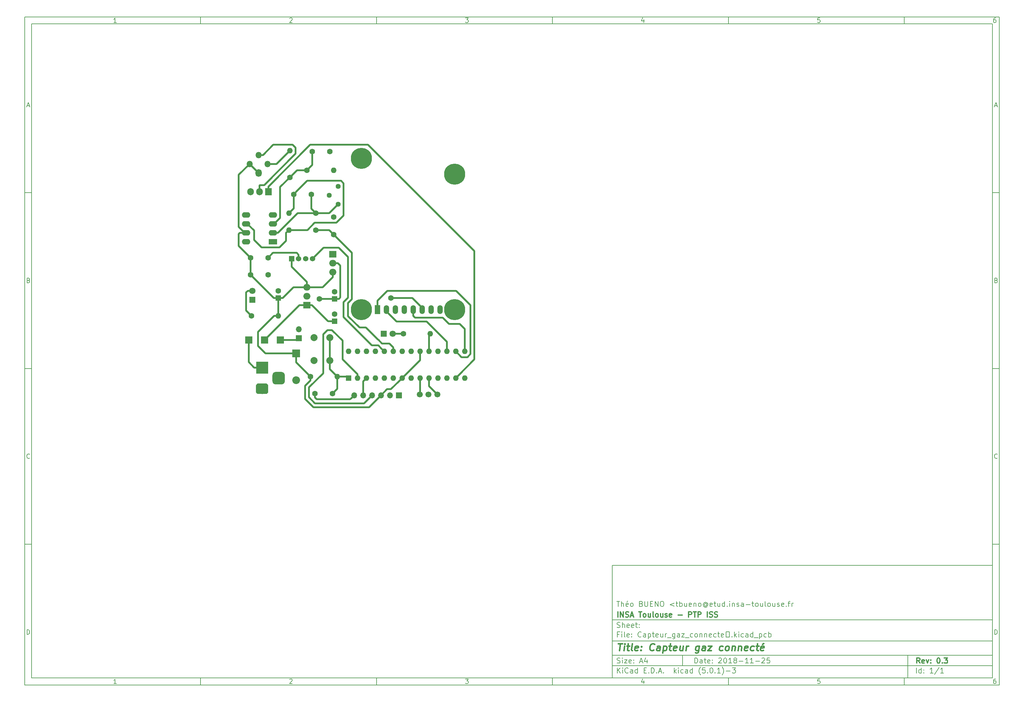
<source format=gtl>
G04 #@! TF.GenerationSoftware,KiCad,Pcbnew,(5.0.1)-3*
G04 #@! TF.CreationDate,2018-11-25T13:27:38+01:00*
G04 #@! TF.ProjectId,Capteur_gaz_connecte_,436170746575725F67617A5F636F6E6E,0.3*
G04 #@! TF.SameCoordinates,Original*
G04 #@! TF.FileFunction,Copper,L1,Top,Signal*
G04 #@! TF.FilePolarity,Positive*
%FSLAX46Y46*%
G04 Gerber Fmt 4.6, Leading zero omitted, Abs format (unit mm)*
G04 Created by KiCad (PCBNEW (5.0.1)-3) date 25/11/2018 13:27:38*
%MOMM*%
%LPD*%
G01*
G04 APERTURE LIST*
%ADD10C,0.100000*%
%ADD11C,0.150000*%
%ADD12C,0.300000*%
%ADD13C,0.400000*%
G04 #@! TA.AperFunction,ComponentPad*
%ADD14R,1.524000X2.524000*%
G04 #@! TD*
G04 #@! TA.AperFunction,ComponentPad*
%ADD15O,1.524000X2.524000*%
G04 #@! TD*
G04 #@! TA.AperFunction,WasherPad*
%ADD16C,6.000000*%
G04 #@! TD*
G04 #@! TA.AperFunction,ComponentPad*
%ADD17C,1.600000*%
G04 #@! TD*
G04 #@! TA.AperFunction,ComponentPad*
%ADD18R,1.600000X1.600000*%
G04 #@! TD*
G04 #@! TA.AperFunction,ComponentPad*
%ADD19C,1.800000*%
G04 #@! TD*
G04 #@! TA.AperFunction,ComponentPad*
%ADD20R,1.800000X1.800000*%
G04 #@! TD*
G04 #@! TA.AperFunction,ComponentPad*
%ADD21R,2.200000X2.200000*%
G04 #@! TD*
G04 #@! TA.AperFunction,ComponentPad*
%ADD22O,2.200000X2.200000*%
G04 #@! TD*
G04 #@! TA.AperFunction,ComponentPad*
%ADD23R,3.500000X3.500000*%
G04 #@! TD*
G04 #@! TA.AperFunction,Conductor*
%ADD24C,0.100000*%
G04 #@! TD*
G04 #@! TA.AperFunction,ComponentPad*
%ADD25C,3.000000*%
G04 #@! TD*
G04 #@! TA.AperFunction,ComponentPad*
%ADD26C,3.500000*%
G04 #@! TD*
G04 #@! TA.AperFunction,ComponentPad*
%ADD27R,1.700000X1.700000*%
G04 #@! TD*
G04 #@! TA.AperFunction,ComponentPad*
%ADD28O,1.700000X1.700000*%
G04 #@! TD*
G04 #@! TA.AperFunction,ComponentPad*
%ADD29R,1.524000X1.524000*%
G04 #@! TD*
G04 #@! TA.AperFunction,ComponentPad*
%ADD30C,1.524000*%
G04 #@! TD*
G04 #@! TA.AperFunction,ComponentPad*
%ADD31R,1.905000X2.000000*%
G04 #@! TD*
G04 #@! TA.AperFunction,ComponentPad*
%ADD32O,1.905000X2.000000*%
G04 #@! TD*
G04 #@! TA.AperFunction,ComponentPad*
%ADD33O,1.600000X1.600000*%
G04 #@! TD*
G04 #@! TA.AperFunction,ComponentPad*
%ADD34C,1.440000*%
G04 #@! TD*
G04 #@! TA.AperFunction,ComponentPad*
%ADD35C,2.000000*%
G04 #@! TD*
G04 #@! TA.AperFunction,ComponentPad*
%ADD36R,2.000000X2.000000*%
G04 #@! TD*
G04 #@! TA.AperFunction,ComponentPad*
%ADD37R,2.000000X1.905000*%
G04 #@! TD*
G04 #@! TA.AperFunction,ComponentPad*
%ADD38O,2.000000X1.905000*%
G04 #@! TD*
G04 #@! TA.AperFunction,ComponentPad*
%ADD39O,2.400000X1.600000*%
G04 #@! TD*
G04 #@! TA.AperFunction,ComponentPad*
%ADD40R,2.400000X1.600000*%
G04 #@! TD*
G04 #@! TA.AperFunction,ComponentPad*
%ADD41O,1.800000X1.800000*%
G04 #@! TD*
G04 #@! TA.AperFunction,ComponentPad*
%ADD42O,1.800000X2.200000*%
G04 #@! TD*
G04 #@! TA.AperFunction,ComponentPad*
%ADD43C,1.700000*%
G04 #@! TD*
G04 #@! TA.AperFunction,ViaPad*
%ADD44C,1.600000*%
G04 #@! TD*
G04 #@! TA.AperFunction,Conductor*
%ADD45C,0.508000*%
G04 #@! TD*
G04 APERTURE END LIST*
D10*
D11*
X177002200Y-166007200D02*
X177002200Y-198007200D01*
X285002200Y-198007200D01*
X285002200Y-166007200D01*
X177002200Y-166007200D01*
D10*
D11*
X10000000Y-10000000D02*
X10000000Y-200007200D01*
X287002200Y-200007200D01*
X287002200Y-10000000D01*
X10000000Y-10000000D01*
D10*
D11*
X12000000Y-12000000D02*
X12000000Y-198007200D01*
X285002200Y-198007200D01*
X285002200Y-12000000D01*
X12000000Y-12000000D01*
D10*
D11*
X60000000Y-12000000D02*
X60000000Y-10000000D01*
D10*
D11*
X110000000Y-12000000D02*
X110000000Y-10000000D01*
D10*
D11*
X160000000Y-12000000D02*
X160000000Y-10000000D01*
D10*
D11*
X210000000Y-12000000D02*
X210000000Y-10000000D01*
D10*
D11*
X260000000Y-12000000D02*
X260000000Y-10000000D01*
D10*
D11*
X36065476Y-11588095D02*
X35322619Y-11588095D01*
X35694047Y-11588095D02*
X35694047Y-10288095D01*
X35570238Y-10473809D01*
X35446428Y-10597619D01*
X35322619Y-10659523D01*
D10*
D11*
X85322619Y-10411904D02*
X85384523Y-10350000D01*
X85508333Y-10288095D01*
X85817857Y-10288095D01*
X85941666Y-10350000D01*
X86003571Y-10411904D01*
X86065476Y-10535714D01*
X86065476Y-10659523D01*
X86003571Y-10845238D01*
X85260714Y-11588095D01*
X86065476Y-11588095D01*
D10*
D11*
X135260714Y-10288095D02*
X136065476Y-10288095D01*
X135632142Y-10783333D01*
X135817857Y-10783333D01*
X135941666Y-10845238D01*
X136003571Y-10907142D01*
X136065476Y-11030952D01*
X136065476Y-11340476D01*
X136003571Y-11464285D01*
X135941666Y-11526190D01*
X135817857Y-11588095D01*
X135446428Y-11588095D01*
X135322619Y-11526190D01*
X135260714Y-11464285D01*
D10*
D11*
X185941666Y-10721428D02*
X185941666Y-11588095D01*
X185632142Y-10226190D02*
X185322619Y-11154761D01*
X186127380Y-11154761D01*
D10*
D11*
X236003571Y-10288095D02*
X235384523Y-10288095D01*
X235322619Y-10907142D01*
X235384523Y-10845238D01*
X235508333Y-10783333D01*
X235817857Y-10783333D01*
X235941666Y-10845238D01*
X236003571Y-10907142D01*
X236065476Y-11030952D01*
X236065476Y-11340476D01*
X236003571Y-11464285D01*
X235941666Y-11526190D01*
X235817857Y-11588095D01*
X235508333Y-11588095D01*
X235384523Y-11526190D01*
X235322619Y-11464285D01*
D10*
D11*
X285941666Y-10288095D02*
X285694047Y-10288095D01*
X285570238Y-10350000D01*
X285508333Y-10411904D01*
X285384523Y-10597619D01*
X285322619Y-10845238D01*
X285322619Y-11340476D01*
X285384523Y-11464285D01*
X285446428Y-11526190D01*
X285570238Y-11588095D01*
X285817857Y-11588095D01*
X285941666Y-11526190D01*
X286003571Y-11464285D01*
X286065476Y-11340476D01*
X286065476Y-11030952D01*
X286003571Y-10907142D01*
X285941666Y-10845238D01*
X285817857Y-10783333D01*
X285570238Y-10783333D01*
X285446428Y-10845238D01*
X285384523Y-10907142D01*
X285322619Y-11030952D01*
D10*
D11*
X60000000Y-198007200D02*
X60000000Y-200007200D01*
D10*
D11*
X110000000Y-198007200D02*
X110000000Y-200007200D01*
D10*
D11*
X160000000Y-198007200D02*
X160000000Y-200007200D01*
D10*
D11*
X210000000Y-198007200D02*
X210000000Y-200007200D01*
D10*
D11*
X260000000Y-198007200D02*
X260000000Y-200007200D01*
D10*
D11*
X36065476Y-199595295D02*
X35322619Y-199595295D01*
X35694047Y-199595295D02*
X35694047Y-198295295D01*
X35570238Y-198481009D01*
X35446428Y-198604819D01*
X35322619Y-198666723D01*
D10*
D11*
X85322619Y-198419104D02*
X85384523Y-198357200D01*
X85508333Y-198295295D01*
X85817857Y-198295295D01*
X85941666Y-198357200D01*
X86003571Y-198419104D01*
X86065476Y-198542914D01*
X86065476Y-198666723D01*
X86003571Y-198852438D01*
X85260714Y-199595295D01*
X86065476Y-199595295D01*
D10*
D11*
X135260714Y-198295295D02*
X136065476Y-198295295D01*
X135632142Y-198790533D01*
X135817857Y-198790533D01*
X135941666Y-198852438D01*
X136003571Y-198914342D01*
X136065476Y-199038152D01*
X136065476Y-199347676D01*
X136003571Y-199471485D01*
X135941666Y-199533390D01*
X135817857Y-199595295D01*
X135446428Y-199595295D01*
X135322619Y-199533390D01*
X135260714Y-199471485D01*
D10*
D11*
X185941666Y-198728628D02*
X185941666Y-199595295D01*
X185632142Y-198233390D02*
X185322619Y-199161961D01*
X186127380Y-199161961D01*
D10*
D11*
X236003571Y-198295295D02*
X235384523Y-198295295D01*
X235322619Y-198914342D01*
X235384523Y-198852438D01*
X235508333Y-198790533D01*
X235817857Y-198790533D01*
X235941666Y-198852438D01*
X236003571Y-198914342D01*
X236065476Y-199038152D01*
X236065476Y-199347676D01*
X236003571Y-199471485D01*
X235941666Y-199533390D01*
X235817857Y-199595295D01*
X235508333Y-199595295D01*
X235384523Y-199533390D01*
X235322619Y-199471485D01*
D10*
D11*
X285941666Y-198295295D02*
X285694047Y-198295295D01*
X285570238Y-198357200D01*
X285508333Y-198419104D01*
X285384523Y-198604819D01*
X285322619Y-198852438D01*
X285322619Y-199347676D01*
X285384523Y-199471485D01*
X285446428Y-199533390D01*
X285570238Y-199595295D01*
X285817857Y-199595295D01*
X285941666Y-199533390D01*
X286003571Y-199471485D01*
X286065476Y-199347676D01*
X286065476Y-199038152D01*
X286003571Y-198914342D01*
X285941666Y-198852438D01*
X285817857Y-198790533D01*
X285570238Y-198790533D01*
X285446428Y-198852438D01*
X285384523Y-198914342D01*
X285322619Y-199038152D01*
D10*
D11*
X10000000Y-60000000D02*
X12000000Y-60000000D01*
D10*
D11*
X10000000Y-110000000D02*
X12000000Y-110000000D01*
D10*
D11*
X10000000Y-160000000D02*
X12000000Y-160000000D01*
D10*
D11*
X10690476Y-35216666D02*
X11309523Y-35216666D01*
X10566666Y-35588095D02*
X11000000Y-34288095D01*
X11433333Y-35588095D01*
D10*
D11*
X11092857Y-84907142D02*
X11278571Y-84969047D01*
X11340476Y-85030952D01*
X11402380Y-85154761D01*
X11402380Y-85340476D01*
X11340476Y-85464285D01*
X11278571Y-85526190D01*
X11154761Y-85588095D01*
X10659523Y-85588095D01*
X10659523Y-84288095D01*
X11092857Y-84288095D01*
X11216666Y-84350000D01*
X11278571Y-84411904D01*
X11340476Y-84535714D01*
X11340476Y-84659523D01*
X11278571Y-84783333D01*
X11216666Y-84845238D01*
X11092857Y-84907142D01*
X10659523Y-84907142D01*
D10*
D11*
X11402380Y-135464285D02*
X11340476Y-135526190D01*
X11154761Y-135588095D01*
X11030952Y-135588095D01*
X10845238Y-135526190D01*
X10721428Y-135402380D01*
X10659523Y-135278571D01*
X10597619Y-135030952D01*
X10597619Y-134845238D01*
X10659523Y-134597619D01*
X10721428Y-134473809D01*
X10845238Y-134350000D01*
X11030952Y-134288095D01*
X11154761Y-134288095D01*
X11340476Y-134350000D01*
X11402380Y-134411904D01*
D10*
D11*
X10659523Y-185588095D02*
X10659523Y-184288095D01*
X10969047Y-184288095D01*
X11154761Y-184350000D01*
X11278571Y-184473809D01*
X11340476Y-184597619D01*
X11402380Y-184845238D01*
X11402380Y-185030952D01*
X11340476Y-185278571D01*
X11278571Y-185402380D01*
X11154761Y-185526190D01*
X10969047Y-185588095D01*
X10659523Y-185588095D01*
D10*
D11*
X287002200Y-60000000D02*
X285002200Y-60000000D01*
D10*
D11*
X287002200Y-110000000D02*
X285002200Y-110000000D01*
D10*
D11*
X287002200Y-160000000D02*
X285002200Y-160000000D01*
D10*
D11*
X285692676Y-35216666D02*
X286311723Y-35216666D01*
X285568866Y-35588095D02*
X286002200Y-34288095D01*
X286435533Y-35588095D01*
D10*
D11*
X286095057Y-84907142D02*
X286280771Y-84969047D01*
X286342676Y-85030952D01*
X286404580Y-85154761D01*
X286404580Y-85340476D01*
X286342676Y-85464285D01*
X286280771Y-85526190D01*
X286156961Y-85588095D01*
X285661723Y-85588095D01*
X285661723Y-84288095D01*
X286095057Y-84288095D01*
X286218866Y-84350000D01*
X286280771Y-84411904D01*
X286342676Y-84535714D01*
X286342676Y-84659523D01*
X286280771Y-84783333D01*
X286218866Y-84845238D01*
X286095057Y-84907142D01*
X285661723Y-84907142D01*
D10*
D11*
X286404580Y-135464285D02*
X286342676Y-135526190D01*
X286156961Y-135588095D01*
X286033152Y-135588095D01*
X285847438Y-135526190D01*
X285723628Y-135402380D01*
X285661723Y-135278571D01*
X285599819Y-135030952D01*
X285599819Y-134845238D01*
X285661723Y-134597619D01*
X285723628Y-134473809D01*
X285847438Y-134350000D01*
X286033152Y-134288095D01*
X286156961Y-134288095D01*
X286342676Y-134350000D01*
X286404580Y-134411904D01*
D10*
D11*
X285661723Y-185588095D02*
X285661723Y-184288095D01*
X285971247Y-184288095D01*
X286156961Y-184350000D01*
X286280771Y-184473809D01*
X286342676Y-184597619D01*
X286404580Y-184845238D01*
X286404580Y-185030952D01*
X286342676Y-185278571D01*
X286280771Y-185402380D01*
X286156961Y-185526190D01*
X285971247Y-185588095D01*
X285661723Y-185588095D01*
D10*
D11*
X200434342Y-193785771D02*
X200434342Y-192285771D01*
X200791485Y-192285771D01*
X201005771Y-192357200D01*
X201148628Y-192500057D01*
X201220057Y-192642914D01*
X201291485Y-192928628D01*
X201291485Y-193142914D01*
X201220057Y-193428628D01*
X201148628Y-193571485D01*
X201005771Y-193714342D01*
X200791485Y-193785771D01*
X200434342Y-193785771D01*
X202577200Y-193785771D02*
X202577200Y-193000057D01*
X202505771Y-192857200D01*
X202362914Y-192785771D01*
X202077200Y-192785771D01*
X201934342Y-192857200D01*
X202577200Y-193714342D02*
X202434342Y-193785771D01*
X202077200Y-193785771D01*
X201934342Y-193714342D01*
X201862914Y-193571485D01*
X201862914Y-193428628D01*
X201934342Y-193285771D01*
X202077200Y-193214342D01*
X202434342Y-193214342D01*
X202577200Y-193142914D01*
X203077200Y-192785771D02*
X203648628Y-192785771D01*
X203291485Y-192285771D02*
X203291485Y-193571485D01*
X203362914Y-193714342D01*
X203505771Y-193785771D01*
X203648628Y-193785771D01*
X204720057Y-193714342D02*
X204577200Y-193785771D01*
X204291485Y-193785771D01*
X204148628Y-193714342D01*
X204077200Y-193571485D01*
X204077200Y-193000057D01*
X204148628Y-192857200D01*
X204291485Y-192785771D01*
X204577200Y-192785771D01*
X204720057Y-192857200D01*
X204791485Y-193000057D01*
X204791485Y-193142914D01*
X204077200Y-193285771D01*
X205434342Y-193642914D02*
X205505771Y-193714342D01*
X205434342Y-193785771D01*
X205362914Y-193714342D01*
X205434342Y-193642914D01*
X205434342Y-193785771D01*
X205434342Y-192857200D02*
X205505771Y-192928628D01*
X205434342Y-193000057D01*
X205362914Y-192928628D01*
X205434342Y-192857200D01*
X205434342Y-193000057D01*
X207220057Y-192428628D02*
X207291485Y-192357200D01*
X207434342Y-192285771D01*
X207791485Y-192285771D01*
X207934342Y-192357200D01*
X208005771Y-192428628D01*
X208077200Y-192571485D01*
X208077200Y-192714342D01*
X208005771Y-192928628D01*
X207148628Y-193785771D01*
X208077200Y-193785771D01*
X209005771Y-192285771D02*
X209148628Y-192285771D01*
X209291485Y-192357200D01*
X209362914Y-192428628D01*
X209434342Y-192571485D01*
X209505771Y-192857200D01*
X209505771Y-193214342D01*
X209434342Y-193500057D01*
X209362914Y-193642914D01*
X209291485Y-193714342D01*
X209148628Y-193785771D01*
X209005771Y-193785771D01*
X208862914Y-193714342D01*
X208791485Y-193642914D01*
X208720057Y-193500057D01*
X208648628Y-193214342D01*
X208648628Y-192857200D01*
X208720057Y-192571485D01*
X208791485Y-192428628D01*
X208862914Y-192357200D01*
X209005771Y-192285771D01*
X210934342Y-193785771D02*
X210077200Y-193785771D01*
X210505771Y-193785771D02*
X210505771Y-192285771D01*
X210362914Y-192500057D01*
X210220057Y-192642914D01*
X210077200Y-192714342D01*
X211791485Y-192928628D02*
X211648628Y-192857200D01*
X211577200Y-192785771D01*
X211505771Y-192642914D01*
X211505771Y-192571485D01*
X211577200Y-192428628D01*
X211648628Y-192357200D01*
X211791485Y-192285771D01*
X212077200Y-192285771D01*
X212220057Y-192357200D01*
X212291485Y-192428628D01*
X212362914Y-192571485D01*
X212362914Y-192642914D01*
X212291485Y-192785771D01*
X212220057Y-192857200D01*
X212077200Y-192928628D01*
X211791485Y-192928628D01*
X211648628Y-193000057D01*
X211577200Y-193071485D01*
X211505771Y-193214342D01*
X211505771Y-193500057D01*
X211577200Y-193642914D01*
X211648628Y-193714342D01*
X211791485Y-193785771D01*
X212077200Y-193785771D01*
X212220057Y-193714342D01*
X212291485Y-193642914D01*
X212362914Y-193500057D01*
X212362914Y-193214342D01*
X212291485Y-193071485D01*
X212220057Y-193000057D01*
X212077200Y-192928628D01*
X213005771Y-193214342D02*
X214148628Y-193214342D01*
X215648628Y-193785771D02*
X214791485Y-193785771D01*
X215220057Y-193785771D02*
X215220057Y-192285771D01*
X215077200Y-192500057D01*
X214934342Y-192642914D01*
X214791485Y-192714342D01*
X217077200Y-193785771D02*
X216220057Y-193785771D01*
X216648628Y-193785771D02*
X216648628Y-192285771D01*
X216505771Y-192500057D01*
X216362914Y-192642914D01*
X216220057Y-192714342D01*
X217720057Y-193214342D02*
X218862914Y-193214342D01*
X219505771Y-192428628D02*
X219577200Y-192357200D01*
X219720057Y-192285771D01*
X220077200Y-192285771D01*
X220220057Y-192357200D01*
X220291485Y-192428628D01*
X220362914Y-192571485D01*
X220362914Y-192714342D01*
X220291485Y-192928628D01*
X219434342Y-193785771D01*
X220362914Y-193785771D01*
X221720057Y-192285771D02*
X221005771Y-192285771D01*
X220934342Y-193000057D01*
X221005771Y-192928628D01*
X221148628Y-192857200D01*
X221505771Y-192857200D01*
X221648628Y-192928628D01*
X221720057Y-193000057D01*
X221791485Y-193142914D01*
X221791485Y-193500057D01*
X221720057Y-193642914D01*
X221648628Y-193714342D01*
X221505771Y-193785771D01*
X221148628Y-193785771D01*
X221005771Y-193714342D01*
X220934342Y-193642914D01*
D10*
D11*
X177002200Y-194507200D02*
X285002200Y-194507200D01*
D10*
D11*
X178434342Y-196585771D02*
X178434342Y-195085771D01*
X179291485Y-196585771D02*
X178648628Y-195728628D01*
X179291485Y-195085771D02*
X178434342Y-195942914D01*
X179934342Y-196585771D02*
X179934342Y-195585771D01*
X179934342Y-195085771D02*
X179862914Y-195157200D01*
X179934342Y-195228628D01*
X180005771Y-195157200D01*
X179934342Y-195085771D01*
X179934342Y-195228628D01*
X181505771Y-196442914D02*
X181434342Y-196514342D01*
X181220057Y-196585771D01*
X181077200Y-196585771D01*
X180862914Y-196514342D01*
X180720057Y-196371485D01*
X180648628Y-196228628D01*
X180577200Y-195942914D01*
X180577200Y-195728628D01*
X180648628Y-195442914D01*
X180720057Y-195300057D01*
X180862914Y-195157200D01*
X181077200Y-195085771D01*
X181220057Y-195085771D01*
X181434342Y-195157200D01*
X181505771Y-195228628D01*
X182791485Y-196585771D02*
X182791485Y-195800057D01*
X182720057Y-195657200D01*
X182577200Y-195585771D01*
X182291485Y-195585771D01*
X182148628Y-195657200D01*
X182791485Y-196514342D02*
X182648628Y-196585771D01*
X182291485Y-196585771D01*
X182148628Y-196514342D01*
X182077200Y-196371485D01*
X182077200Y-196228628D01*
X182148628Y-196085771D01*
X182291485Y-196014342D01*
X182648628Y-196014342D01*
X182791485Y-195942914D01*
X184148628Y-196585771D02*
X184148628Y-195085771D01*
X184148628Y-196514342D02*
X184005771Y-196585771D01*
X183720057Y-196585771D01*
X183577200Y-196514342D01*
X183505771Y-196442914D01*
X183434342Y-196300057D01*
X183434342Y-195871485D01*
X183505771Y-195728628D01*
X183577200Y-195657200D01*
X183720057Y-195585771D01*
X184005771Y-195585771D01*
X184148628Y-195657200D01*
X186005771Y-195800057D02*
X186505771Y-195800057D01*
X186720057Y-196585771D02*
X186005771Y-196585771D01*
X186005771Y-195085771D01*
X186720057Y-195085771D01*
X187362914Y-196442914D02*
X187434342Y-196514342D01*
X187362914Y-196585771D01*
X187291485Y-196514342D01*
X187362914Y-196442914D01*
X187362914Y-196585771D01*
X188077200Y-196585771D02*
X188077200Y-195085771D01*
X188434342Y-195085771D01*
X188648628Y-195157200D01*
X188791485Y-195300057D01*
X188862914Y-195442914D01*
X188934342Y-195728628D01*
X188934342Y-195942914D01*
X188862914Y-196228628D01*
X188791485Y-196371485D01*
X188648628Y-196514342D01*
X188434342Y-196585771D01*
X188077200Y-196585771D01*
X189577200Y-196442914D02*
X189648628Y-196514342D01*
X189577200Y-196585771D01*
X189505771Y-196514342D01*
X189577200Y-196442914D01*
X189577200Y-196585771D01*
X190220057Y-196157200D02*
X190934342Y-196157200D01*
X190077200Y-196585771D02*
X190577200Y-195085771D01*
X191077200Y-196585771D01*
X191577200Y-196442914D02*
X191648628Y-196514342D01*
X191577200Y-196585771D01*
X191505771Y-196514342D01*
X191577200Y-196442914D01*
X191577200Y-196585771D01*
X194577200Y-196585771D02*
X194577200Y-195085771D01*
X194720057Y-196014342D02*
X195148628Y-196585771D01*
X195148628Y-195585771D02*
X194577200Y-196157200D01*
X195791485Y-196585771D02*
X195791485Y-195585771D01*
X195791485Y-195085771D02*
X195720057Y-195157200D01*
X195791485Y-195228628D01*
X195862914Y-195157200D01*
X195791485Y-195085771D01*
X195791485Y-195228628D01*
X197148628Y-196514342D02*
X197005771Y-196585771D01*
X196720057Y-196585771D01*
X196577200Y-196514342D01*
X196505771Y-196442914D01*
X196434342Y-196300057D01*
X196434342Y-195871485D01*
X196505771Y-195728628D01*
X196577200Y-195657200D01*
X196720057Y-195585771D01*
X197005771Y-195585771D01*
X197148628Y-195657200D01*
X198434342Y-196585771D02*
X198434342Y-195800057D01*
X198362914Y-195657200D01*
X198220057Y-195585771D01*
X197934342Y-195585771D01*
X197791485Y-195657200D01*
X198434342Y-196514342D02*
X198291485Y-196585771D01*
X197934342Y-196585771D01*
X197791485Y-196514342D01*
X197720057Y-196371485D01*
X197720057Y-196228628D01*
X197791485Y-196085771D01*
X197934342Y-196014342D01*
X198291485Y-196014342D01*
X198434342Y-195942914D01*
X199791485Y-196585771D02*
X199791485Y-195085771D01*
X199791485Y-196514342D02*
X199648628Y-196585771D01*
X199362914Y-196585771D01*
X199220057Y-196514342D01*
X199148628Y-196442914D01*
X199077200Y-196300057D01*
X199077200Y-195871485D01*
X199148628Y-195728628D01*
X199220057Y-195657200D01*
X199362914Y-195585771D01*
X199648628Y-195585771D01*
X199791485Y-195657200D01*
X202077200Y-197157200D02*
X202005771Y-197085771D01*
X201862914Y-196871485D01*
X201791485Y-196728628D01*
X201720057Y-196514342D01*
X201648628Y-196157200D01*
X201648628Y-195871485D01*
X201720057Y-195514342D01*
X201791485Y-195300057D01*
X201862914Y-195157200D01*
X202005771Y-194942914D01*
X202077200Y-194871485D01*
X203362914Y-195085771D02*
X202648628Y-195085771D01*
X202577200Y-195800057D01*
X202648628Y-195728628D01*
X202791485Y-195657200D01*
X203148628Y-195657200D01*
X203291485Y-195728628D01*
X203362914Y-195800057D01*
X203434342Y-195942914D01*
X203434342Y-196300057D01*
X203362914Y-196442914D01*
X203291485Y-196514342D01*
X203148628Y-196585771D01*
X202791485Y-196585771D01*
X202648628Y-196514342D01*
X202577200Y-196442914D01*
X204077200Y-196442914D02*
X204148628Y-196514342D01*
X204077200Y-196585771D01*
X204005771Y-196514342D01*
X204077200Y-196442914D01*
X204077200Y-196585771D01*
X205077200Y-195085771D02*
X205220057Y-195085771D01*
X205362914Y-195157200D01*
X205434342Y-195228628D01*
X205505771Y-195371485D01*
X205577200Y-195657200D01*
X205577200Y-196014342D01*
X205505771Y-196300057D01*
X205434342Y-196442914D01*
X205362914Y-196514342D01*
X205220057Y-196585771D01*
X205077200Y-196585771D01*
X204934342Y-196514342D01*
X204862914Y-196442914D01*
X204791485Y-196300057D01*
X204720057Y-196014342D01*
X204720057Y-195657200D01*
X204791485Y-195371485D01*
X204862914Y-195228628D01*
X204934342Y-195157200D01*
X205077200Y-195085771D01*
X206220057Y-196442914D02*
X206291485Y-196514342D01*
X206220057Y-196585771D01*
X206148628Y-196514342D01*
X206220057Y-196442914D01*
X206220057Y-196585771D01*
X207720057Y-196585771D02*
X206862914Y-196585771D01*
X207291485Y-196585771D02*
X207291485Y-195085771D01*
X207148628Y-195300057D01*
X207005771Y-195442914D01*
X206862914Y-195514342D01*
X208220057Y-197157200D02*
X208291485Y-197085771D01*
X208434342Y-196871485D01*
X208505771Y-196728628D01*
X208577200Y-196514342D01*
X208648628Y-196157200D01*
X208648628Y-195871485D01*
X208577200Y-195514342D01*
X208505771Y-195300057D01*
X208434342Y-195157200D01*
X208291485Y-194942914D01*
X208220057Y-194871485D01*
X209362914Y-196014342D02*
X210505771Y-196014342D01*
X211077200Y-195085771D02*
X212005771Y-195085771D01*
X211505771Y-195657200D01*
X211720057Y-195657200D01*
X211862914Y-195728628D01*
X211934342Y-195800057D01*
X212005771Y-195942914D01*
X212005771Y-196300057D01*
X211934342Y-196442914D01*
X211862914Y-196514342D01*
X211720057Y-196585771D01*
X211291485Y-196585771D01*
X211148628Y-196514342D01*
X211077200Y-196442914D01*
D10*
D11*
X177002200Y-191507200D02*
X285002200Y-191507200D01*
D10*
D12*
X264411485Y-193785771D02*
X263911485Y-193071485D01*
X263554342Y-193785771D02*
X263554342Y-192285771D01*
X264125771Y-192285771D01*
X264268628Y-192357200D01*
X264340057Y-192428628D01*
X264411485Y-192571485D01*
X264411485Y-192785771D01*
X264340057Y-192928628D01*
X264268628Y-193000057D01*
X264125771Y-193071485D01*
X263554342Y-193071485D01*
X265625771Y-193714342D02*
X265482914Y-193785771D01*
X265197200Y-193785771D01*
X265054342Y-193714342D01*
X264982914Y-193571485D01*
X264982914Y-193000057D01*
X265054342Y-192857200D01*
X265197200Y-192785771D01*
X265482914Y-192785771D01*
X265625771Y-192857200D01*
X265697200Y-193000057D01*
X265697200Y-193142914D01*
X264982914Y-193285771D01*
X266197200Y-192785771D02*
X266554342Y-193785771D01*
X266911485Y-192785771D01*
X267482914Y-193642914D02*
X267554342Y-193714342D01*
X267482914Y-193785771D01*
X267411485Y-193714342D01*
X267482914Y-193642914D01*
X267482914Y-193785771D01*
X267482914Y-192857200D02*
X267554342Y-192928628D01*
X267482914Y-193000057D01*
X267411485Y-192928628D01*
X267482914Y-192857200D01*
X267482914Y-193000057D01*
X269625771Y-192285771D02*
X269768628Y-192285771D01*
X269911485Y-192357200D01*
X269982914Y-192428628D01*
X270054342Y-192571485D01*
X270125771Y-192857200D01*
X270125771Y-193214342D01*
X270054342Y-193500057D01*
X269982914Y-193642914D01*
X269911485Y-193714342D01*
X269768628Y-193785771D01*
X269625771Y-193785771D01*
X269482914Y-193714342D01*
X269411485Y-193642914D01*
X269340057Y-193500057D01*
X269268628Y-193214342D01*
X269268628Y-192857200D01*
X269340057Y-192571485D01*
X269411485Y-192428628D01*
X269482914Y-192357200D01*
X269625771Y-192285771D01*
X270768628Y-193642914D02*
X270840057Y-193714342D01*
X270768628Y-193785771D01*
X270697200Y-193714342D01*
X270768628Y-193642914D01*
X270768628Y-193785771D01*
X271340057Y-192285771D02*
X272268628Y-192285771D01*
X271768628Y-192857200D01*
X271982914Y-192857200D01*
X272125771Y-192928628D01*
X272197200Y-193000057D01*
X272268628Y-193142914D01*
X272268628Y-193500057D01*
X272197200Y-193642914D01*
X272125771Y-193714342D01*
X271982914Y-193785771D01*
X271554342Y-193785771D01*
X271411485Y-193714342D01*
X271340057Y-193642914D01*
D10*
D11*
X178362914Y-193714342D02*
X178577200Y-193785771D01*
X178934342Y-193785771D01*
X179077200Y-193714342D01*
X179148628Y-193642914D01*
X179220057Y-193500057D01*
X179220057Y-193357200D01*
X179148628Y-193214342D01*
X179077200Y-193142914D01*
X178934342Y-193071485D01*
X178648628Y-193000057D01*
X178505771Y-192928628D01*
X178434342Y-192857200D01*
X178362914Y-192714342D01*
X178362914Y-192571485D01*
X178434342Y-192428628D01*
X178505771Y-192357200D01*
X178648628Y-192285771D01*
X179005771Y-192285771D01*
X179220057Y-192357200D01*
X179862914Y-193785771D02*
X179862914Y-192785771D01*
X179862914Y-192285771D02*
X179791485Y-192357200D01*
X179862914Y-192428628D01*
X179934342Y-192357200D01*
X179862914Y-192285771D01*
X179862914Y-192428628D01*
X180434342Y-192785771D02*
X181220057Y-192785771D01*
X180434342Y-193785771D01*
X181220057Y-193785771D01*
X182362914Y-193714342D02*
X182220057Y-193785771D01*
X181934342Y-193785771D01*
X181791485Y-193714342D01*
X181720057Y-193571485D01*
X181720057Y-193000057D01*
X181791485Y-192857200D01*
X181934342Y-192785771D01*
X182220057Y-192785771D01*
X182362914Y-192857200D01*
X182434342Y-193000057D01*
X182434342Y-193142914D01*
X181720057Y-193285771D01*
X183077200Y-193642914D02*
X183148628Y-193714342D01*
X183077200Y-193785771D01*
X183005771Y-193714342D01*
X183077200Y-193642914D01*
X183077200Y-193785771D01*
X183077200Y-192857200D02*
X183148628Y-192928628D01*
X183077200Y-193000057D01*
X183005771Y-192928628D01*
X183077200Y-192857200D01*
X183077200Y-193000057D01*
X184862914Y-193357200D02*
X185577200Y-193357200D01*
X184720057Y-193785771D02*
X185220057Y-192285771D01*
X185720057Y-193785771D01*
X186862914Y-192785771D02*
X186862914Y-193785771D01*
X186505771Y-192214342D02*
X186148628Y-193285771D01*
X187077200Y-193285771D01*
D10*
D11*
X263434342Y-196585771D02*
X263434342Y-195085771D01*
X264791485Y-196585771D02*
X264791485Y-195085771D01*
X264791485Y-196514342D02*
X264648628Y-196585771D01*
X264362914Y-196585771D01*
X264220057Y-196514342D01*
X264148628Y-196442914D01*
X264077200Y-196300057D01*
X264077200Y-195871485D01*
X264148628Y-195728628D01*
X264220057Y-195657200D01*
X264362914Y-195585771D01*
X264648628Y-195585771D01*
X264791485Y-195657200D01*
X265505771Y-196442914D02*
X265577200Y-196514342D01*
X265505771Y-196585771D01*
X265434342Y-196514342D01*
X265505771Y-196442914D01*
X265505771Y-196585771D01*
X265505771Y-195657200D02*
X265577200Y-195728628D01*
X265505771Y-195800057D01*
X265434342Y-195728628D01*
X265505771Y-195657200D01*
X265505771Y-195800057D01*
X268148628Y-196585771D02*
X267291485Y-196585771D01*
X267720057Y-196585771D02*
X267720057Y-195085771D01*
X267577200Y-195300057D01*
X267434342Y-195442914D01*
X267291485Y-195514342D01*
X269862914Y-195014342D02*
X268577200Y-196942914D01*
X271148628Y-196585771D02*
X270291485Y-196585771D01*
X270720057Y-196585771D02*
X270720057Y-195085771D01*
X270577200Y-195300057D01*
X270434342Y-195442914D01*
X270291485Y-195514342D01*
D10*
D11*
X177002200Y-187507200D02*
X285002200Y-187507200D01*
D10*
D13*
X178714580Y-188211961D02*
X179857438Y-188211961D01*
X179036009Y-190211961D02*
X179286009Y-188211961D01*
X180274104Y-190211961D02*
X180440771Y-188878628D01*
X180524104Y-188211961D02*
X180416961Y-188307200D01*
X180500295Y-188402438D01*
X180607438Y-188307200D01*
X180524104Y-188211961D01*
X180500295Y-188402438D01*
X181107438Y-188878628D02*
X181869342Y-188878628D01*
X181476485Y-188211961D02*
X181262200Y-189926247D01*
X181333628Y-190116723D01*
X181512200Y-190211961D01*
X181702676Y-190211961D01*
X182655057Y-190211961D02*
X182476485Y-190116723D01*
X182405057Y-189926247D01*
X182619342Y-188211961D01*
X184190771Y-190116723D02*
X183988390Y-190211961D01*
X183607438Y-190211961D01*
X183428866Y-190116723D01*
X183357438Y-189926247D01*
X183452676Y-189164342D01*
X183571723Y-188973866D01*
X183774104Y-188878628D01*
X184155057Y-188878628D01*
X184333628Y-188973866D01*
X184405057Y-189164342D01*
X184381247Y-189354819D01*
X183405057Y-189545295D01*
X185155057Y-190021485D02*
X185238390Y-190116723D01*
X185131247Y-190211961D01*
X185047914Y-190116723D01*
X185155057Y-190021485D01*
X185131247Y-190211961D01*
X185286009Y-188973866D02*
X185369342Y-189069104D01*
X185262200Y-189164342D01*
X185178866Y-189069104D01*
X185286009Y-188973866D01*
X185262200Y-189164342D01*
X188774104Y-190021485D02*
X188666961Y-190116723D01*
X188369342Y-190211961D01*
X188178866Y-190211961D01*
X187905057Y-190116723D01*
X187738390Y-189926247D01*
X187666961Y-189735771D01*
X187619342Y-189354819D01*
X187655057Y-189069104D01*
X187797914Y-188688152D01*
X187916961Y-188497676D01*
X188131247Y-188307200D01*
X188428866Y-188211961D01*
X188619342Y-188211961D01*
X188893152Y-188307200D01*
X188976485Y-188402438D01*
X190464580Y-190211961D02*
X190595533Y-189164342D01*
X190524104Y-188973866D01*
X190345533Y-188878628D01*
X189964580Y-188878628D01*
X189762200Y-188973866D01*
X190476485Y-190116723D02*
X190274104Y-190211961D01*
X189797914Y-190211961D01*
X189619342Y-190116723D01*
X189547914Y-189926247D01*
X189571723Y-189735771D01*
X189690771Y-189545295D01*
X189893152Y-189450057D01*
X190369342Y-189450057D01*
X190571723Y-189354819D01*
X191583628Y-188878628D02*
X191333628Y-190878628D01*
X191571723Y-188973866D02*
X191774104Y-188878628D01*
X192155057Y-188878628D01*
X192333628Y-188973866D01*
X192416961Y-189069104D01*
X192488390Y-189259580D01*
X192416961Y-189831009D01*
X192297914Y-190021485D01*
X192190771Y-190116723D01*
X191988390Y-190211961D01*
X191607438Y-190211961D01*
X191428866Y-190116723D01*
X193107438Y-188878628D02*
X193869342Y-188878628D01*
X193476485Y-188211961D02*
X193262200Y-189926247D01*
X193333628Y-190116723D01*
X193512200Y-190211961D01*
X193702676Y-190211961D01*
X195143152Y-190116723D02*
X194940771Y-190211961D01*
X194559819Y-190211961D01*
X194381247Y-190116723D01*
X194309819Y-189926247D01*
X194405057Y-189164342D01*
X194524104Y-188973866D01*
X194726485Y-188878628D01*
X195107438Y-188878628D01*
X195286009Y-188973866D01*
X195357438Y-189164342D01*
X195333628Y-189354819D01*
X194357438Y-189545295D01*
X197107438Y-188878628D02*
X196940771Y-190211961D01*
X196250295Y-188878628D02*
X196119342Y-189926247D01*
X196190771Y-190116723D01*
X196369342Y-190211961D01*
X196655057Y-190211961D01*
X196857438Y-190116723D01*
X196964580Y-190021485D01*
X197893152Y-190211961D02*
X198059819Y-188878628D01*
X198012200Y-189259580D02*
X198131247Y-189069104D01*
X198238390Y-188973866D01*
X198440771Y-188878628D01*
X198631247Y-188878628D01*
X201678866Y-188878628D02*
X201476485Y-190497676D01*
X201357438Y-190688152D01*
X201250295Y-190783390D01*
X201047914Y-190878628D01*
X200762200Y-190878628D01*
X200583628Y-190783390D01*
X201524104Y-190116723D02*
X201321723Y-190211961D01*
X200940771Y-190211961D01*
X200762200Y-190116723D01*
X200678866Y-190021485D01*
X200607438Y-189831009D01*
X200678866Y-189259580D01*
X200797914Y-189069104D01*
X200905057Y-188973866D01*
X201107438Y-188878628D01*
X201488390Y-188878628D01*
X201666961Y-188973866D01*
X203321723Y-190211961D02*
X203452676Y-189164342D01*
X203381247Y-188973866D01*
X203202676Y-188878628D01*
X202821723Y-188878628D01*
X202619342Y-188973866D01*
X203333628Y-190116723D02*
X203131247Y-190211961D01*
X202655057Y-190211961D01*
X202476485Y-190116723D01*
X202405057Y-189926247D01*
X202428866Y-189735771D01*
X202547914Y-189545295D01*
X202750295Y-189450057D01*
X203226485Y-189450057D01*
X203428866Y-189354819D01*
X204250295Y-188878628D02*
X205297914Y-188878628D01*
X204083628Y-190211961D01*
X205131247Y-190211961D01*
X208286009Y-190116723D02*
X208083628Y-190211961D01*
X207702676Y-190211961D01*
X207524104Y-190116723D01*
X207440771Y-190021485D01*
X207369342Y-189831009D01*
X207440771Y-189259580D01*
X207559819Y-189069104D01*
X207666961Y-188973866D01*
X207869342Y-188878628D01*
X208250295Y-188878628D01*
X208428866Y-188973866D01*
X209416961Y-190211961D02*
X209238390Y-190116723D01*
X209155057Y-190021485D01*
X209083628Y-189831009D01*
X209155057Y-189259580D01*
X209274104Y-189069104D01*
X209381247Y-188973866D01*
X209583628Y-188878628D01*
X209869342Y-188878628D01*
X210047914Y-188973866D01*
X210131247Y-189069104D01*
X210202676Y-189259580D01*
X210131247Y-189831009D01*
X210012200Y-190021485D01*
X209905057Y-190116723D01*
X209702676Y-190211961D01*
X209416961Y-190211961D01*
X211107438Y-188878628D02*
X210940771Y-190211961D01*
X211083628Y-189069104D02*
X211190771Y-188973866D01*
X211393152Y-188878628D01*
X211678866Y-188878628D01*
X211857438Y-188973866D01*
X211928866Y-189164342D01*
X211797914Y-190211961D01*
X212916961Y-188878628D02*
X212750295Y-190211961D01*
X212893152Y-189069104D02*
X213000295Y-188973866D01*
X213202676Y-188878628D01*
X213488390Y-188878628D01*
X213666961Y-188973866D01*
X213738390Y-189164342D01*
X213607438Y-190211961D01*
X215333628Y-190116723D02*
X215131247Y-190211961D01*
X214750295Y-190211961D01*
X214571723Y-190116723D01*
X214500295Y-189926247D01*
X214595533Y-189164342D01*
X214714580Y-188973866D01*
X214916961Y-188878628D01*
X215297914Y-188878628D01*
X215476485Y-188973866D01*
X215547914Y-189164342D01*
X215524104Y-189354819D01*
X214547914Y-189545295D01*
X217143152Y-190116723D02*
X216940771Y-190211961D01*
X216559819Y-190211961D01*
X216381247Y-190116723D01*
X216297914Y-190021485D01*
X216226485Y-189831009D01*
X216297914Y-189259580D01*
X216416961Y-189069104D01*
X216524104Y-188973866D01*
X216726485Y-188878628D01*
X217107438Y-188878628D01*
X217286009Y-188973866D01*
X217869342Y-188878628D02*
X218631247Y-188878628D01*
X218238390Y-188211961D02*
X218024104Y-189926247D01*
X218095533Y-190116723D01*
X218274104Y-190211961D01*
X218464580Y-190211961D01*
X219905057Y-190116723D02*
X219702676Y-190211961D01*
X219321723Y-190211961D01*
X219143152Y-190116723D01*
X219071723Y-189926247D01*
X219166961Y-189164342D01*
X219286009Y-188973866D01*
X219488390Y-188878628D01*
X219869342Y-188878628D01*
X220047914Y-188973866D01*
X220119342Y-189164342D01*
X220095533Y-189354819D01*
X219119342Y-189545295D01*
X219964580Y-188116723D02*
X219643152Y-188402438D01*
D10*
D11*
X178934342Y-185600057D02*
X178434342Y-185600057D01*
X178434342Y-186385771D02*
X178434342Y-184885771D01*
X179148628Y-184885771D01*
X179720057Y-186385771D02*
X179720057Y-185385771D01*
X179720057Y-184885771D02*
X179648628Y-184957200D01*
X179720057Y-185028628D01*
X179791485Y-184957200D01*
X179720057Y-184885771D01*
X179720057Y-185028628D01*
X180648628Y-186385771D02*
X180505771Y-186314342D01*
X180434342Y-186171485D01*
X180434342Y-184885771D01*
X181791485Y-186314342D02*
X181648628Y-186385771D01*
X181362914Y-186385771D01*
X181220057Y-186314342D01*
X181148628Y-186171485D01*
X181148628Y-185600057D01*
X181220057Y-185457200D01*
X181362914Y-185385771D01*
X181648628Y-185385771D01*
X181791485Y-185457200D01*
X181862914Y-185600057D01*
X181862914Y-185742914D01*
X181148628Y-185885771D01*
X182505771Y-186242914D02*
X182577200Y-186314342D01*
X182505771Y-186385771D01*
X182434342Y-186314342D01*
X182505771Y-186242914D01*
X182505771Y-186385771D01*
X182505771Y-185457200D02*
X182577200Y-185528628D01*
X182505771Y-185600057D01*
X182434342Y-185528628D01*
X182505771Y-185457200D01*
X182505771Y-185600057D01*
X185220057Y-186242914D02*
X185148628Y-186314342D01*
X184934342Y-186385771D01*
X184791485Y-186385771D01*
X184577200Y-186314342D01*
X184434342Y-186171485D01*
X184362914Y-186028628D01*
X184291485Y-185742914D01*
X184291485Y-185528628D01*
X184362914Y-185242914D01*
X184434342Y-185100057D01*
X184577200Y-184957200D01*
X184791485Y-184885771D01*
X184934342Y-184885771D01*
X185148628Y-184957200D01*
X185220057Y-185028628D01*
X186505771Y-186385771D02*
X186505771Y-185600057D01*
X186434342Y-185457200D01*
X186291485Y-185385771D01*
X186005771Y-185385771D01*
X185862914Y-185457200D01*
X186505771Y-186314342D02*
X186362914Y-186385771D01*
X186005771Y-186385771D01*
X185862914Y-186314342D01*
X185791485Y-186171485D01*
X185791485Y-186028628D01*
X185862914Y-185885771D01*
X186005771Y-185814342D01*
X186362914Y-185814342D01*
X186505771Y-185742914D01*
X187220057Y-185385771D02*
X187220057Y-186885771D01*
X187220057Y-185457200D02*
X187362914Y-185385771D01*
X187648628Y-185385771D01*
X187791485Y-185457200D01*
X187862914Y-185528628D01*
X187934342Y-185671485D01*
X187934342Y-186100057D01*
X187862914Y-186242914D01*
X187791485Y-186314342D01*
X187648628Y-186385771D01*
X187362914Y-186385771D01*
X187220057Y-186314342D01*
X188362914Y-185385771D02*
X188934342Y-185385771D01*
X188577200Y-184885771D02*
X188577200Y-186171485D01*
X188648628Y-186314342D01*
X188791485Y-186385771D01*
X188934342Y-186385771D01*
X190005771Y-186314342D02*
X189862914Y-186385771D01*
X189577200Y-186385771D01*
X189434342Y-186314342D01*
X189362914Y-186171485D01*
X189362914Y-185600057D01*
X189434342Y-185457200D01*
X189577200Y-185385771D01*
X189862914Y-185385771D01*
X190005771Y-185457200D01*
X190077200Y-185600057D01*
X190077200Y-185742914D01*
X189362914Y-185885771D01*
X191362914Y-185385771D02*
X191362914Y-186385771D01*
X190720057Y-185385771D02*
X190720057Y-186171485D01*
X190791485Y-186314342D01*
X190934342Y-186385771D01*
X191148628Y-186385771D01*
X191291485Y-186314342D01*
X191362914Y-186242914D01*
X192077200Y-186385771D02*
X192077200Y-185385771D01*
X192077200Y-185671485D02*
X192148628Y-185528628D01*
X192220057Y-185457200D01*
X192362914Y-185385771D01*
X192505771Y-185385771D01*
X192648628Y-186528628D02*
X193791485Y-186528628D01*
X194791485Y-185385771D02*
X194791485Y-186600057D01*
X194720057Y-186742914D01*
X194648628Y-186814342D01*
X194505771Y-186885771D01*
X194291485Y-186885771D01*
X194148628Y-186814342D01*
X194791485Y-186314342D02*
X194648628Y-186385771D01*
X194362914Y-186385771D01*
X194220057Y-186314342D01*
X194148628Y-186242914D01*
X194077200Y-186100057D01*
X194077200Y-185671485D01*
X194148628Y-185528628D01*
X194220057Y-185457200D01*
X194362914Y-185385771D01*
X194648628Y-185385771D01*
X194791485Y-185457200D01*
X196148628Y-186385771D02*
X196148628Y-185600057D01*
X196077200Y-185457200D01*
X195934342Y-185385771D01*
X195648628Y-185385771D01*
X195505771Y-185457200D01*
X196148628Y-186314342D02*
X196005771Y-186385771D01*
X195648628Y-186385771D01*
X195505771Y-186314342D01*
X195434342Y-186171485D01*
X195434342Y-186028628D01*
X195505771Y-185885771D01*
X195648628Y-185814342D01*
X196005771Y-185814342D01*
X196148628Y-185742914D01*
X196720057Y-185385771D02*
X197505771Y-185385771D01*
X196720057Y-186385771D01*
X197505771Y-186385771D01*
X197720057Y-186528628D02*
X198862914Y-186528628D01*
X199862914Y-186314342D02*
X199720057Y-186385771D01*
X199434342Y-186385771D01*
X199291485Y-186314342D01*
X199220057Y-186242914D01*
X199148628Y-186100057D01*
X199148628Y-185671485D01*
X199220057Y-185528628D01*
X199291485Y-185457200D01*
X199434342Y-185385771D01*
X199720057Y-185385771D01*
X199862914Y-185457200D01*
X200720057Y-186385771D02*
X200577200Y-186314342D01*
X200505771Y-186242914D01*
X200434342Y-186100057D01*
X200434342Y-185671485D01*
X200505771Y-185528628D01*
X200577200Y-185457200D01*
X200720057Y-185385771D01*
X200934342Y-185385771D01*
X201077200Y-185457200D01*
X201148628Y-185528628D01*
X201220057Y-185671485D01*
X201220057Y-186100057D01*
X201148628Y-186242914D01*
X201077200Y-186314342D01*
X200934342Y-186385771D01*
X200720057Y-186385771D01*
X201862914Y-185385771D02*
X201862914Y-186385771D01*
X201862914Y-185528628D02*
X201934342Y-185457200D01*
X202077200Y-185385771D01*
X202291485Y-185385771D01*
X202434342Y-185457200D01*
X202505771Y-185600057D01*
X202505771Y-186385771D01*
X203220057Y-185385771D02*
X203220057Y-186385771D01*
X203220057Y-185528628D02*
X203291485Y-185457200D01*
X203434342Y-185385771D01*
X203648628Y-185385771D01*
X203791485Y-185457200D01*
X203862914Y-185600057D01*
X203862914Y-186385771D01*
X205148628Y-186314342D02*
X205005771Y-186385771D01*
X204720057Y-186385771D01*
X204577200Y-186314342D01*
X204505771Y-186171485D01*
X204505771Y-185600057D01*
X204577200Y-185457200D01*
X204720057Y-185385771D01*
X205005771Y-185385771D01*
X205148628Y-185457200D01*
X205220057Y-185600057D01*
X205220057Y-185742914D01*
X204505771Y-185885771D01*
X206505771Y-186314342D02*
X206362914Y-186385771D01*
X206077200Y-186385771D01*
X205934342Y-186314342D01*
X205862914Y-186242914D01*
X205791485Y-186100057D01*
X205791485Y-185671485D01*
X205862914Y-185528628D01*
X205934342Y-185457200D01*
X206077200Y-185385771D01*
X206362914Y-185385771D01*
X206505771Y-185457200D01*
X206934342Y-185385771D02*
X207505771Y-185385771D01*
X207148628Y-184885771D02*
X207148628Y-186171485D01*
X207220057Y-186314342D01*
X207362914Y-186385771D01*
X207505771Y-186385771D01*
X208577200Y-186314342D02*
X208434342Y-186385771D01*
X208148628Y-186385771D01*
X208005771Y-186314342D01*
X207934342Y-186171485D01*
X207934342Y-185600057D01*
X208005771Y-185457200D01*
X208148628Y-185385771D01*
X208434342Y-185385771D01*
X208577200Y-185457200D01*
X208648628Y-185600057D01*
X208648628Y-185742914D01*
X207934342Y-185885771D01*
X209291485Y-186385771D02*
X209291485Y-184885771D01*
X210291485Y-184885771D01*
X210291485Y-186385771D01*
X209291485Y-186385771D01*
X211005771Y-186242914D02*
X211077200Y-186314342D01*
X211005771Y-186385771D01*
X210934342Y-186314342D01*
X211005771Y-186242914D01*
X211005771Y-186385771D01*
X211720057Y-186385771D02*
X211720057Y-184885771D01*
X211862914Y-185814342D02*
X212291485Y-186385771D01*
X212291485Y-185385771D02*
X211720057Y-185957200D01*
X212934342Y-186385771D02*
X212934342Y-185385771D01*
X212934342Y-184885771D02*
X212862914Y-184957200D01*
X212934342Y-185028628D01*
X213005771Y-184957200D01*
X212934342Y-184885771D01*
X212934342Y-185028628D01*
X214291485Y-186314342D02*
X214148628Y-186385771D01*
X213862914Y-186385771D01*
X213720057Y-186314342D01*
X213648628Y-186242914D01*
X213577200Y-186100057D01*
X213577200Y-185671485D01*
X213648628Y-185528628D01*
X213720057Y-185457200D01*
X213862914Y-185385771D01*
X214148628Y-185385771D01*
X214291485Y-185457200D01*
X215577200Y-186385771D02*
X215577200Y-185600057D01*
X215505771Y-185457200D01*
X215362914Y-185385771D01*
X215077200Y-185385771D01*
X214934342Y-185457200D01*
X215577200Y-186314342D02*
X215434342Y-186385771D01*
X215077200Y-186385771D01*
X214934342Y-186314342D01*
X214862914Y-186171485D01*
X214862914Y-186028628D01*
X214934342Y-185885771D01*
X215077200Y-185814342D01*
X215434342Y-185814342D01*
X215577200Y-185742914D01*
X216934342Y-186385771D02*
X216934342Y-184885771D01*
X216934342Y-186314342D02*
X216791485Y-186385771D01*
X216505771Y-186385771D01*
X216362914Y-186314342D01*
X216291485Y-186242914D01*
X216220057Y-186100057D01*
X216220057Y-185671485D01*
X216291485Y-185528628D01*
X216362914Y-185457200D01*
X216505771Y-185385771D01*
X216791485Y-185385771D01*
X216934342Y-185457200D01*
X217291485Y-186528628D02*
X218434342Y-186528628D01*
X218791485Y-185385771D02*
X218791485Y-186885771D01*
X218791485Y-185457200D02*
X218934342Y-185385771D01*
X219220057Y-185385771D01*
X219362914Y-185457200D01*
X219434342Y-185528628D01*
X219505771Y-185671485D01*
X219505771Y-186100057D01*
X219434342Y-186242914D01*
X219362914Y-186314342D01*
X219220057Y-186385771D01*
X218934342Y-186385771D01*
X218791485Y-186314342D01*
X220791485Y-186314342D02*
X220648628Y-186385771D01*
X220362914Y-186385771D01*
X220220057Y-186314342D01*
X220148628Y-186242914D01*
X220077200Y-186100057D01*
X220077200Y-185671485D01*
X220148628Y-185528628D01*
X220220057Y-185457200D01*
X220362914Y-185385771D01*
X220648628Y-185385771D01*
X220791485Y-185457200D01*
X221434342Y-186385771D02*
X221434342Y-184885771D01*
X221434342Y-185457200D02*
X221577200Y-185385771D01*
X221862914Y-185385771D01*
X222005771Y-185457200D01*
X222077200Y-185528628D01*
X222148628Y-185671485D01*
X222148628Y-186100057D01*
X222077200Y-186242914D01*
X222005771Y-186314342D01*
X221862914Y-186385771D01*
X221577200Y-186385771D01*
X221434342Y-186314342D01*
D10*
D11*
X177002200Y-181507200D02*
X285002200Y-181507200D01*
D10*
D11*
X178362914Y-183614342D02*
X178577200Y-183685771D01*
X178934342Y-183685771D01*
X179077200Y-183614342D01*
X179148628Y-183542914D01*
X179220057Y-183400057D01*
X179220057Y-183257200D01*
X179148628Y-183114342D01*
X179077200Y-183042914D01*
X178934342Y-182971485D01*
X178648628Y-182900057D01*
X178505771Y-182828628D01*
X178434342Y-182757200D01*
X178362914Y-182614342D01*
X178362914Y-182471485D01*
X178434342Y-182328628D01*
X178505771Y-182257200D01*
X178648628Y-182185771D01*
X179005771Y-182185771D01*
X179220057Y-182257200D01*
X179862914Y-183685771D02*
X179862914Y-182185771D01*
X180505771Y-183685771D02*
X180505771Y-182900057D01*
X180434342Y-182757200D01*
X180291485Y-182685771D01*
X180077200Y-182685771D01*
X179934342Y-182757200D01*
X179862914Y-182828628D01*
X181791485Y-183614342D02*
X181648628Y-183685771D01*
X181362914Y-183685771D01*
X181220057Y-183614342D01*
X181148628Y-183471485D01*
X181148628Y-182900057D01*
X181220057Y-182757200D01*
X181362914Y-182685771D01*
X181648628Y-182685771D01*
X181791485Y-182757200D01*
X181862914Y-182900057D01*
X181862914Y-183042914D01*
X181148628Y-183185771D01*
X183077200Y-183614342D02*
X182934342Y-183685771D01*
X182648628Y-183685771D01*
X182505771Y-183614342D01*
X182434342Y-183471485D01*
X182434342Y-182900057D01*
X182505771Y-182757200D01*
X182648628Y-182685771D01*
X182934342Y-182685771D01*
X183077200Y-182757200D01*
X183148628Y-182900057D01*
X183148628Y-183042914D01*
X182434342Y-183185771D01*
X183577200Y-182685771D02*
X184148628Y-182685771D01*
X183791485Y-182185771D02*
X183791485Y-183471485D01*
X183862914Y-183614342D01*
X184005771Y-183685771D01*
X184148628Y-183685771D01*
X184648628Y-183542914D02*
X184720057Y-183614342D01*
X184648628Y-183685771D01*
X184577200Y-183614342D01*
X184648628Y-183542914D01*
X184648628Y-183685771D01*
X184648628Y-182757200D02*
X184720057Y-182828628D01*
X184648628Y-182900057D01*
X184577200Y-182828628D01*
X184648628Y-182757200D01*
X184648628Y-182900057D01*
D10*
D12*
X178554342Y-180685771D02*
X178554342Y-179185771D01*
X179268628Y-180685771D02*
X179268628Y-179185771D01*
X180125771Y-180685771D01*
X180125771Y-179185771D01*
X180768628Y-180614342D02*
X180982914Y-180685771D01*
X181340057Y-180685771D01*
X181482914Y-180614342D01*
X181554342Y-180542914D01*
X181625771Y-180400057D01*
X181625771Y-180257200D01*
X181554342Y-180114342D01*
X181482914Y-180042914D01*
X181340057Y-179971485D01*
X181054342Y-179900057D01*
X180911485Y-179828628D01*
X180840057Y-179757200D01*
X180768628Y-179614342D01*
X180768628Y-179471485D01*
X180840057Y-179328628D01*
X180911485Y-179257200D01*
X181054342Y-179185771D01*
X181411485Y-179185771D01*
X181625771Y-179257200D01*
X182197200Y-180257200D02*
X182911485Y-180257200D01*
X182054342Y-180685771D02*
X182554342Y-179185771D01*
X183054342Y-180685771D01*
X184482914Y-179185771D02*
X185340057Y-179185771D01*
X184911485Y-180685771D02*
X184911485Y-179185771D01*
X186054342Y-180685771D02*
X185911485Y-180614342D01*
X185840057Y-180542914D01*
X185768628Y-180400057D01*
X185768628Y-179971485D01*
X185840057Y-179828628D01*
X185911485Y-179757200D01*
X186054342Y-179685771D01*
X186268628Y-179685771D01*
X186411485Y-179757200D01*
X186482914Y-179828628D01*
X186554342Y-179971485D01*
X186554342Y-180400057D01*
X186482914Y-180542914D01*
X186411485Y-180614342D01*
X186268628Y-180685771D01*
X186054342Y-180685771D01*
X187840057Y-179685771D02*
X187840057Y-180685771D01*
X187197200Y-179685771D02*
X187197200Y-180471485D01*
X187268628Y-180614342D01*
X187411485Y-180685771D01*
X187625771Y-180685771D01*
X187768628Y-180614342D01*
X187840057Y-180542914D01*
X188768628Y-180685771D02*
X188625771Y-180614342D01*
X188554342Y-180471485D01*
X188554342Y-179185771D01*
X189554342Y-180685771D02*
X189411485Y-180614342D01*
X189340057Y-180542914D01*
X189268628Y-180400057D01*
X189268628Y-179971485D01*
X189340057Y-179828628D01*
X189411485Y-179757200D01*
X189554342Y-179685771D01*
X189768628Y-179685771D01*
X189911485Y-179757200D01*
X189982914Y-179828628D01*
X190054342Y-179971485D01*
X190054342Y-180400057D01*
X189982914Y-180542914D01*
X189911485Y-180614342D01*
X189768628Y-180685771D01*
X189554342Y-180685771D01*
X191340057Y-179685771D02*
X191340057Y-180685771D01*
X190697200Y-179685771D02*
X190697200Y-180471485D01*
X190768628Y-180614342D01*
X190911485Y-180685771D01*
X191125771Y-180685771D01*
X191268628Y-180614342D01*
X191340057Y-180542914D01*
X191982914Y-180614342D02*
X192125771Y-180685771D01*
X192411485Y-180685771D01*
X192554342Y-180614342D01*
X192625771Y-180471485D01*
X192625771Y-180400057D01*
X192554342Y-180257200D01*
X192411485Y-180185771D01*
X192197200Y-180185771D01*
X192054342Y-180114342D01*
X191982914Y-179971485D01*
X191982914Y-179900057D01*
X192054342Y-179757200D01*
X192197200Y-179685771D01*
X192411485Y-179685771D01*
X192554342Y-179757200D01*
X193840057Y-180614342D02*
X193697200Y-180685771D01*
X193411485Y-180685771D01*
X193268628Y-180614342D01*
X193197200Y-180471485D01*
X193197200Y-179900057D01*
X193268628Y-179757200D01*
X193411485Y-179685771D01*
X193697200Y-179685771D01*
X193840057Y-179757200D01*
X193911485Y-179900057D01*
X193911485Y-180042914D01*
X193197200Y-180185771D01*
X195697200Y-180114342D02*
X196840057Y-180114342D01*
X198697200Y-180685771D02*
X198697200Y-179185771D01*
X199268628Y-179185771D01*
X199411485Y-179257200D01*
X199482914Y-179328628D01*
X199554342Y-179471485D01*
X199554342Y-179685771D01*
X199482914Y-179828628D01*
X199411485Y-179900057D01*
X199268628Y-179971485D01*
X198697200Y-179971485D01*
X199982914Y-179185771D02*
X200840057Y-179185771D01*
X200411485Y-180685771D02*
X200411485Y-179185771D01*
X201340057Y-180685771D02*
X201340057Y-179185771D01*
X201911485Y-179185771D01*
X202054342Y-179257200D01*
X202125771Y-179328628D01*
X202197200Y-179471485D01*
X202197200Y-179685771D01*
X202125771Y-179828628D01*
X202054342Y-179900057D01*
X201911485Y-179971485D01*
X201340057Y-179971485D01*
X203982914Y-180685771D02*
X203982914Y-179185771D01*
X204625771Y-180614342D02*
X204840057Y-180685771D01*
X205197200Y-180685771D01*
X205340057Y-180614342D01*
X205411485Y-180542914D01*
X205482914Y-180400057D01*
X205482914Y-180257200D01*
X205411485Y-180114342D01*
X205340057Y-180042914D01*
X205197200Y-179971485D01*
X204911485Y-179900057D01*
X204768628Y-179828628D01*
X204697200Y-179757200D01*
X204625771Y-179614342D01*
X204625771Y-179471485D01*
X204697200Y-179328628D01*
X204768628Y-179257200D01*
X204911485Y-179185771D01*
X205268628Y-179185771D01*
X205482914Y-179257200D01*
X206054342Y-180614342D02*
X206268628Y-180685771D01*
X206625771Y-180685771D01*
X206768628Y-180614342D01*
X206840057Y-180542914D01*
X206911485Y-180400057D01*
X206911485Y-180257200D01*
X206840057Y-180114342D01*
X206768628Y-180042914D01*
X206625771Y-179971485D01*
X206340057Y-179900057D01*
X206197200Y-179828628D01*
X206125771Y-179757200D01*
X206054342Y-179614342D01*
X206054342Y-179471485D01*
X206125771Y-179328628D01*
X206197200Y-179257200D01*
X206340057Y-179185771D01*
X206697200Y-179185771D01*
X206911485Y-179257200D01*
D10*
D11*
X178220057Y-176185771D02*
X179077200Y-176185771D01*
X178648628Y-177685771D02*
X178648628Y-176185771D01*
X179577200Y-177685771D02*
X179577200Y-176185771D01*
X180220057Y-177685771D02*
X180220057Y-176900057D01*
X180148628Y-176757200D01*
X180005771Y-176685771D01*
X179791485Y-176685771D01*
X179648628Y-176757200D01*
X179577200Y-176828628D01*
X181505771Y-177614342D02*
X181362914Y-177685771D01*
X181077200Y-177685771D01*
X180934342Y-177614342D01*
X180862914Y-177471485D01*
X180862914Y-176900057D01*
X180934342Y-176757200D01*
X181077200Y-176685771D01*
X181362914Y-176685771D01*
X181505771Y-176757200D01*
X181577200Y-176900057D01*
X181577200Y-177042914D01*
X180862914Y-177185771D01*
X181362914Y-176114342D02*
X181148628Y-176328628D01*
X182434342Y-177685771D02*
X182291485Y-177614342D01*
X182220057Y-177542914D01*
X182148628Y-177400057D01*
X182148628Y-176971485D01*
X182220057Y-176828628D01*
X182291485Y-176757200D01*
X182434342Y-176685771D01*
X182648628Y-176685771D01*
X182791485Y-176757200D01*
X182862914Y-176828628D01*
X182934342Y-176971485D01*
X182934342Y-177400057D01*
X182862914Y-177542914D01*
X182791485Y-177614342D01*
X182648628Y-177685771D01*
X182434342Y-177685771D01*
X185220057Y-176900057D02*
X185434342Y-176971485D01*
X185505771Y-177042914D01*
X185577200Y-177185771D01*
X185577200Y-177400057D01*
X185505771Y-177542914D01*
X185434342Y-177614342D01*
X185291485Y-177685771D01*
X184720057Y-177685771D01*
X184720057Y-176185771D01*
X185220057Y-176185771D01*
X185362914Y-176257200D01*
X185434342Y-176328628D01*
X185505771Y-176471485D01*
X185505771Y-176614342D01*
X185434342Y-176757200D01*
X185362914Y-176828628D01*
X185220057Y-176900057D01*
X184720057Y-176900057D01*
X186220057Y-176185771D02*
X186220057Y-177400057D01*
X186291485Y-177542914D01*
X186362914Y-177614342D01*
X186505771Y-177685771D01*
X186791485Y-177685771D01*
X186934342Y-177614342D01*
X187005771Y-177542914D01*
X187077200Y-177400057D01*
X187077200Y-176185771D01*
X187791485Y-176900057D02*
X188291485Y-176900057D01*
X188505771Y-177685771D02*
X187791485Y-177685771D01*
X187791485Y-176185771D01*
X188505771Y-176185771D01*
X189148628Y-177685771D02*
X189148628Y-176185771D01*
X190005771Y-177685771D01*
X190005771Y-176185771D01*
X191005771Y-176185771D02*
X191291485Y-176185771D01*
X191434342Y-176257200D01*
X191577200Y-176400057D01*
X191648628Y-176685771D01*
X191648628Y-177185771D01*
X191577200Y-177471485D01*
X191434342Y-177614342D01*
X191291485Y-177685771D01*
X191005771Y-177685771D01*
X190862914Y-177614342D01*
X190720057Y-177471485D01*
X190648628Y-177185771D01*
X190648628Y-176685771D01*
X190720057Y-176400057D01*
X190862914Y-176257200D01*
X191005771Y-176185771D01*
X194577200Y-176685771D02*
X193434342Y-177114342D01*
X194577200Y-177542914D01*
X195077200Y-176685771D02*
X195648628Y-176685771D01*
X195291485Y-176185771D02*
X195291485Y-177471485D01*
X195362914Y-177614342D01*
X195505771Y-177685771D01*
X195648628Y-177685771D01*
X196148628Y-177685771D02*
X196148628Y-176185771D01*
X196148628Y-176757200D02*
X196291485Y-176685771D01*
X196577200Y-176685771D01*
X196720057Y-176757200D01*
X196791485Y-176828628D01*
X196862914Y-176971485D01*
X196862914Y-177400057D01*
X196791485Y-177542914D01*
X196720057Y-177614342D01*
X196577200Y-177685771D01*
X196291485Y-177685771D01*
X196148628Y-177614342D01*
X198148628Y-176685771D02*
X198148628Y-177685771D01*
X197505771Y-176685771D02*
X197505771Y-177471485D01*
X197577200Y-177614342D01*
X197720057Y-177685771D01*
X197934342Y-177685771D01*
X198077200Y-177614342D01*
X198148628Y-177542914D01*
X199434342Y-177614342D02*
X199291485Y-177685771D01*
X199005771Y-177685771D01*
X198862914Y-177614342D01*
X198791485Y-177471485D01*
X198791485Y-176900057D01*
X198862914Y-176757200D01*
X199005771Y-176685771D01*
X199291485Y-176685771D01*
X199434342Y-176757200D01*
X199505771Y-176900057D01*
X199505771Y-177042914D01*
X198791485Y-177185771D01*
X200148628Y-176685771D02*
X200148628Y-177685771D01*
X200148628Y-176828628D02*
X200220057Y-176757200D01*
X200362914Y-176685771D01*
X200577200Y-176685771D01*
X200720057Y-176757200D01*
X200791485Y-176900057D01*
X200791485Y-177685771D01*
X201720057Y-177685771D02*
X201577200Y-177614342D01*
X201505771Y-177542914D01*
X201434342Y-177400057D01*
X201434342Y-176971485D01*
X201505771Y-176828628D01*
X201577200Y-176757200D01*
X201720057Y-176685771D01*
X201934342Y-176685771D01*
X202077200Y-176757200D01*
X202148628Y-176828628D01*
X202220057Y-176971485D01*
X202220057Y-177400057D01*
X202148628Y-177542914D01*
X202077200Y-177614342D01*
X201934342Y-177685771D01*
X201720057Y-177685771D01*
X203791485Y-176971485D02*
X203720057Y-176900057D01*
X203577200Y-176828628D01*
X203434342Y-176828628D01*
X203291485Y-176900057D01*
X203220057Y-176971485D01*
X203148628Y-177114342D01*
X203148628Y-177257200D01*
X203220057Y-177400057D01*
X203291485Y-177471485D01*
X203434342Y-177542914D01*
X203577200Y-177542914D01*
X203720057Y-177471485D01*
X203791485Y-177400057D01*
X203791485Y-176828628D02*
X203791485Y-177400057D01*
X203862914Y-177471485D01*
X203934342Y-177471485D01*
X204077200Y-177400057D01*
X204148628Y-177257200D01*
X204148628Y-176900057D01*
X204005771Y-176685771D01*
X203791485Y-176542914D01*
X203505771Y-176471485D01*
X203220057Y-176542914D01*
X203005771Y-176685771D01*
X202862914Y-176900057D01*
X202791485Y-177185771D01*
X202862914Y-177471485D01*
X203005771Y-177685771D01*
X203220057Y-177828628D01*
X203505771Y-177900057D01*
X203791485Y-177828628D01*
X204005771Y-177685771D01*
X205362914Y-177614342D02*
X205220057Y-177685771D01*
X204934342Y-177685771D01*
X204791485Y-177614342D01*
X204720057Y-177471485D01*
X204720057Y-176900057D01*
X204791485Y-176757200D01*
X204934342Y-176685771D01*
X205220057Y-176685771D01*
X205362914Y-176757200D01*
X205434342Y-176900057D01*
X205434342Y-177042914D01*
X204720057Y-177185771D01*
X205862914Y-176685771D02*
X206434342Y-176685771D01*
X206077200Y-176185771D02*
X206077200Y-177471485D01*
X206148628Y-177614342D01*
X206291485Y-177685771D01*
X206434342Y-177685771D01*
X207577200Y-176685771D02*
X207577200Y-177685771D01*
X206934342Y-176685771D02*
X206934342Y-177471485D01*
X207005771Y-177614342D01*
X207148628Y-177685771D01*
X207362914Y-177685771D01*
X207505771Y-177614342D01*
X207577200Y-177542914D01*
X208934342Y-177685771D02*
X208934342Y-176185771D01*
X208934342Y-177614342D02*
X208791485Y-177685771D01*
X208505771Y-177685771D01*
X208362914Y-177614342D01*
X208291485Y-177542914D01*
X208220057Y-177400057D01*
X208220057Y-176971485D01*
X208291485Y-176828628D01*
X208362914Y-176757200D01*
X208505771Y-176685771D01*
X208791485Y-176685771D01*
X208934342Y-176757200D01*
X209648628Y-177542914D02*
X209720057Y-177614342D01*
X209648628Y-177685771D01*
X209577200Y-177614342D01*
X209648628Y-177542914D01*
X209648628Y-177685771D01*
X210362914Y-177685771D02*
X210362914Y-176685771D01*
X210362914Y-176185771D02*
X210291485Y-176257200D01*
X210362914Y-176328628D01*
X210434342Y-176257200D01*
X210362914Y-176185771D01*
X210362914Y-176328628D01*
X211077200Y-176685771D02*
X211077200Y-177685771D01*
X211077200Y-176828628D02*
X211148628Y-176757200D01*
X211291485Y-176685771D01*
X211505771Y-176685771D01*
X211648628Y-176757200D01*
X211720057Y-176900057D01*
X211720057Y-177685771D01*
X212362914Y-177614342D02*
X212505771Y-177685771D01*
X212791485Y-177685771D01*
X212934342Y-177614342D01*
X213005771Y-177471485D01*
X213005771Y-177400057D01*
X212934342Y-177257200D01*
X212791485Y-177185771D01*
X212577200Y-177185771D01*
X212434342Y-177114342D01*
X212362914Y-176971485D01*
X212362914Y-176900057D01*
X212434342Y-176757200D01*
X212577200Y-176685771D01*
X212791485Y-176685771D01*
X212934342Y-176757200D01*
X214291485Y-177685771D02*
X214291485Y-176900057D01*
X214220057Y-176757200D01*
X214077200Y-176685771D01*
X213791485Y-176685771D01*
X213648628Y-176757200D01*
X214291485Y-177614342D02*
X214148628Y-177685771D01*
X213791485Y-177685771D01*
X213648628Y-177614342D01*
X213577200Y-177471485D01*
X213577200Y-177328628D01*
X213648628Y-177185771D01*
X213791485Y-177114342D01*
X214148628Y-177114342D01*
X214291485Y-177042914D01*
X215005771Y-177114342D02*
X216148628Y-177114342D01*
X216648628Y-176685771D02*
X217220057Y-176685771D01*
X216862914Y-176185771D02*
X216862914Y-177471485D01*
X216934342Y-177614342D01*
X217077200Y-177685771D01*
X217220057Y-177685771D01*
X217934342Y-177685771D02*
X217791485Y-177614342D01*
X217720057Y-177542914D01*
X217648628Y-177400057D01*
X217648628Y-176971485D01*
X217720057Y-176828628D01*
X217791485Y-176757200D01*
X217934342Y-176685771D01*
X218148628Y-176685771D01*
X218291485Y-176757200D01*
X218362914Y-176828628D01*
X218434342Y-176971485D01*
X218434342Y-177400057D01*
X218362914Y-177542914D01*
X218291485Y-177614342D01*
X218148628Y-177685771D01*
X217934342Y-177685771D01*
X219720057Y-176685771D02*
X219720057Y-177685771D01*
X219077200Y-176685771D02*
X219077200Y-177471485D01*
X219148628Y-177614342D01*
X219291485Y-177685771D01*
X219505771Y-177685771D01*
X219648628Y-177614342D01*
X219720057Y-177542914D01*
X220648628Y-177685771D02*
X220505771Y-177614342D01*
X220434342Y-177471485D01*
X220434342Y-176185771D01*
X221434342Y-177685771D02*
X221291485Y-177614342D01*
X221220057Y-177542914D01*
X221148628Y-177400057D01*
X221148628Y-176971485D01*
X221220057Y-176828628D01*
X221291485Y-176757200D01*
X221434342Y-176685771D01*
X221648628Y-176685771D01*
X221791485Y-176757200D01*
X221862914Y-176828628D01*
X221934342Y-176971485D01*
X221934342Y-177400057D01*
X221862914Y-177542914D01*
X221791485Y-177614342D01*
X221648628Y-177685771D01*
X221434342Y-177685771D01*
X223220057Y-176685771D02*
X223220057Y-177685771D01*
X222577200Y-176685771D02*
X222577200Y-177471485D01*
X222648628Y-177614342D01*
X222791485Y-177685771D01*
X223005771Y-177685771D01*
X223148628Y-177614342D01*
X223220057Y-177542914D01*
X223862914Y-177614342D02*
X224005771Y-177685771D01*
X224291485Y-177685771D01*
X224434342Y-177614342D01*
X224505771Y-177471485D01*
X224505771Y-177400057D01*
X224434342Y-177257200D01*
X224291485Y-177185771D01*
X224077200Y-177185771D01*
X223934342Y-177114342D01*
X223862914Y-176971485D01*
X223862914Y-176900057D01*
X223934342Y-176757200D01*
X224077200Y-176685771D01*
X224291485Y-176685771D01*
X224434342Y-176757200D01*
X225720057Y-177614342D02*
X225577200Y-177685771D01*
X225291485Y-177685771D01*
X225148628Y-177614342D01*
X225077200Y-177471485D01*
X225077200Y-176900057D01*
X225148628Y-176757200D01*
X225291485Y-176685771D01*
X225577200Y-176685771D01*
X225720057Y-176757200D01*
X225791485Y-176900057D01*
X225791485Y-177042914D01*
X225077200Y-177185771D01*
X226434342Y-177542914D02*
X226505771Y-177614342D01*
X226434342Y-177685771D01*
X226362914Y-177614342D01*
X226434342Y-177542914D01*
X226434342Y-177685771D01*
X226934342Y-176685771D02*
X227505771Y-176685771D01*
X227148628Y-177685771D02*
X227148628Y-176400057D01*
X227220057Y-176257200D01*
X227362914Y-176185771D01*
X227505771Y-176185771D01*
X228005771Y-177685771D02*
X228005771Y-176685771D01*
X228005771Y-176971485D02*
X228077200Y-176828628D01*
X228148628Y-176757200D01*
X228291485Y-176685771D01*
X228434342Y-176685771D01*
D10*
D11*
X197002200Y-191507200D02*
X197002200Y-194507200D01*
D10*
D11*
X261002200Y-191507200D02*
X261002200Y-198007200D01*
D14*
G04 #@! TO.P,U3,1*
G04 #@! TO.N,/MCU/mcu_radio_rx*
X110236000Y-93218000D03*
D15*
G04 #@! TO.P,U3,2*
G04 #@! TO.N,/MCU/mcu_radio_tx*
X112776000Y-93218000D03*
G04 #@! TO.P,U3,3*
G04 #@! TO.N,Net-(U3-Pad3)*
X115316000Y-93218000D03*
G04 #@! TO.P,U3,4*
G04 #@! TO.N,Net-(U3-Pad4)*
X117856000Y-93218000D03*
G04 #@! TO.P,U3,5*
G04 #@! TO.N,/MCU/mcu_radio_rst*
X120396000Y-93218000D03*
G04 #@! TO.P,U3,6*
G04 #@! TO.N,/Power/pwr_3v3*
X122936000Y-93218000D03*
G04 #@! TO.P,U3,7*
G04 #@! TO.N,Net-(U3-Pad7)*
X125476000Y-93218000D03*
G04 #@! TO.P,U3,8*
G04 #@! TO.N,GND*
X128016000Y-93218000D03*
D16*
G04 #@! TO.P,U3,*
G04 #@! TO.N,*
X105736000Y-93218000D03*
X132236000Y-93218000D03*
X105736000Y-50218000D03*
X132236000Y-54718000D03*
G04 #@! TD*
D17*
G04 #@! TO.P,C1,2*
G04 #@! TO.N,Net-(C1-Pad2)*
X97456000Y-117094000D03*
G04 #@! TO.P,C1,1*
G04 #@! TO.N,/MCU/mcu_rst*
X92456000Y-117094000D03*
G04 #@! TD*
D18*
G04 #@! TO.P,C2,1*
G04 #@! TO.N,Net-(C2-Pad1)*
X98044000Y-96520000D03*
D17*
G04 #@! TO.P,C2,2*
G04 #@! TO.N,GND*
X98044000Y-94520000D03*
G04 #@! TD*
G04 #@! TO.P,C3,2*
G04 #@! TO.N,GND*
X82042000Y-87916000D03*
D18*
G04 #@! TO.P,C3,1*
G04 #@! TO.N,/MCU/mcu_pwr_5v*
X82042000Y-89916000D03*
G04 #@! TD*
D17*
G04 #@! TO.P,C4,1*
G04 #@! TO.N,/MCU/mcu_pwr_5v*
X74168000Y-83312000D03*
G04 #@! TO.P,C4,2*
G04 #@! TO.N,GND*
X79168000Y-83312000D03*
G04 #@! TD*
G04 #@! TO.P,C5,1*
G04 #@! TO.N,Net-(C5-Pad1)*
X91694000Y-48260000D03*
G04 #@! TO.P,C5,2*
G04 #@! TO.N,GND*
X96694000Y-48260000D03*
G04 #@! TD*
G04 #@! TO.P,C6,2*
G04 #@! TO.N,GND*
X79168000Y-78486000D03*
G04 #@! TO.P,C6,1*
G04 #@! TO.N,/MCU/mcu_pwr_5v*
X74168000Y-78486000D03*
G04 #@! TD*
G04 #@! TO.P,C7,1*
G04 #@! TO.N,Net-(C7-Pad1)*
X91440000Y-60452000D03*
G04 #@! TO.P,C7,2*
G04 #@! TO.N,Net-(C7-Pad2)*
X86440000Y-60452000D03*
G04 #@! TD*
G04 #@! TO.P,C8,2*
G04 #@! TO.N,GND*
X97790000Y-66882000D03*
G04 #@! TO.P,C8,1*
G04 #@! TO.N,/Sensors/aime_gas_sig*
X97790000Y-71882000D03*
G04 #@! TD*
D18*
G04 #@! TO.P,C9,1*
G04 #@! TO.N,/Power/pwr_3v3*
X98044000Y-90170000D03*
D17*
G04 #@! TO.P,C9,2*
G04 #@! TO.N,GND*
X98044000Y-88170000D03*
G04 #@! TD*
D19*
G04 #@! TO.P,D1,2*
G04 #@! TO.N,Net-(D1-Pad2)*
X114554000Y-100076000D03*
D20*
G04 #@! TO.P,D1,1*
G04 #@! TO.N,GND*
X112014000Y-100076000D03*
G04 #@! TD*
G04 #@! TO.P,D2,1*
G04 #@! TO.N,GND*
X74676000Y-90424000D03*
D19*
G04 #@! TO.P,D2,2*
G04 #@! TO.N,Net-(D2-Pad2)*
X74676000Y-87884000D03*
G04 #@! TD*
D21*
G04 #@! TO.P,D3,1*
G04 #@! TO.N,/MCU/mcu_pwr_5v*
X87122000Y-105664000D03*
D22*
G04 #@! TO.P,D3,2*
G04 #@! TO.N,GND*
X87122000Y-113284000D03*
G04 #@! TD*
D23*
G04 #@! TO.P,J1,1*
G04 #@! TO.N,Net-(J1-Pad1)*
X77470000Y-109728000D03*
D24*
G04 #@! TD*
G04 #@! TO.N,GND*
G04 #@! TO.C,J1*
G36*
X78543513Y-114231611D02*
X78616318Y-114242411D01*
X78687714Y-114260295D01*
X78757013Y-114285090D01*
X78823548Y-114316559D01*
X78886678Y-114354398D01*
X78945795Y-114398242D01*
X79000330Y-114447670D01*
X79049758Y-114502205D01*
X79093602Y-114561322D01*
X79131441Y-114624452D01*
X79162910Y-114690987D01*
X79187705Y-114760286D01*
X79205589Y-114831682D01*
X79216389Y-114904487D01*
X79220000Y-114978000D01*
X79220000Y-116478000D01*
X79216389Y-116551513D01*
X79205589Y-116624318D01*
X79187705Y-116695714D01*
X79162910Y-116765013D01*
X79131441Y-116831548D01*
X79093602Y-116894678D01*
X79049758Y-116953795D01*
X79000330Y-117008330D01*
X78945795Y-117057758D01*
X78886678Y-117101602D01*
X78823548Y-117139441D01*
X78757013Y-117170910D01*
X78687714Y-117195705D01*
X78616318Y-117213589D01*
X78543513Y-117224389D01*
X78470000Y-117228000D01*
X76470000Y-117228000D01*
X76396487Y-117224389D01*
X76323682Y-117213589D01*
X76252286Y-117195705D01*
X76182987Y-117170910D01*
X76116452Y-117139441D01*
X76053322Y-117101602D01*
X75994205Y-117057758D01*
X75939670Y-117008330D01*
X75890242Y-116953795D01*
X75846398Y-116894678D01*
X75808559Y-116831548D01*
X75777090Y-116765013D01*
X75752295Y-116695714D01*
X75734411Y-116624318D01*
X75723611Y-116551513D01*
X75720000Y-116478000D01*
X75720000Y-114978000D01*
X75723611Y-114904487D01*
X75734411Y-114831682D01*
X75752295Y-114760286D01*
X75777090Y-114690987D01*
X75808559Y-114624452D01*
X75846398Y-114561322D01*
X75890242Y-114502205D01*
X75939670Y-114447670D01*
X75994205Y-114398242D01*
X76053322Y-114354398D01*
X76116452Y-114316559D01*
X76182987Y-114285090D01*
X76252286Y-114260295D01*
X76323682Y-114242411D01*
X76396487Y-114231611D01*
X76470000Y-114228000D01*
X78470000Y-114228000D01*
X78543513Y-114231611D01*
X78543513Y-114231611D01*
G37*
D25*
G04 #@! TO.P,J1,2*
G04 #@! TO.N,GND*
X77470000Y-115728000D03*
D24*
G04 #@! TD*
G04 #@! TO.N,N/C*
G04 #@! TO.C,J1*
G36*
X83130765Y-110982213D02*
X83215704Y-110994813D01*
X83298999Y-111015677D01*
X83379848Y-111044605D01*
X83457472Y-111081319D01*
X83531124Y-111125464D01*
X83600094Y-111176616D01*
X83663718Y-111234282D01*
X83721384Y-111297906D01*
X83772536Y-111366876D01*
X83816681Y-111440528D01*
X83853395Y-111518152D01*
X83882323Y-111599001D01*
X83903187Y-111682296D01*
X83915787Y-111767235D01*
X83920000Y-111853000D01*
X83920000Y-113603000D01*
X83915787Y-113688765D01*
X83903187Y-113773704D01*
X83882323Y-113856999D01*
X83853395Y-113937848D01*
X83816681Y-114015472D01*
X83772536Y-114089124D01*
X83721384Y-114158094D01*
X83663718Y-114221718D01*
X83600094Y-114279384D01*
X83531124Y-114330536D01*
X83457472Y-114374681D01*
X83379848Y-114411395D01*
X83298999Y-114440323D01*
X83215704Y-114461187D01*
X83130765Y-114473787D01*
X83045000Y-114478000D01*
X81295000Y-114478000D01*
X81209235Y-114473787D01*
X81124296Y-114461187D01*
X81041001Y-114440323D01*
X80960152Y-114411395D01*
X80882528Y-114374681D01*
X80808876Y-114330536D01*
X80739906Y-114279384D01*
X80676282Y-114221718D01*
X80618616Y-114158094D01*
X80567464Y-114089124D01*
X80523319Y-114015472D01*
X80486605Y-113937848D01*
X80457677Y-113856999D01*
X80436813Y-113773704D01*
X80424213Y-113688765D01*
X80420000Y-113603000D01*
X80420000Y-111853000D01*
X80424213Y-111767235D01*
X80436813Y-111682296D01*
X80457677Y-111599001D01*
X80486605Y-111518152D01*
X80523319Y-111440528D01*
X80567464Y-111366876D01*
X80618616Y-111297906D01*
X80676282Y-111234282D01*
X80739906Y-111176616D01*
X80808876Y-111125464D01*
X80882528Y-111081319D01*
X80960152Y-111044605D01*
X81041001Y-111015677D01*
X81124296Y-110994813D01*
X81209235Y-110982213D01*
X81295000Y-110978000D01*
X83045000Y-110978000D01*
X83130765Y-110982213D01*
X83130765Y-110982213D01*
G37*
D26*
G04 #@! TO.P,J1,3*
G04 #@! TO.N,N/C*
X82170000Y-112728000D03*
G04 #@! TD*
D27*
G04 #@! TO.P,J2,1*
G04 #@! TO.N,Net-(J2-Pad1)*
X87884000Y-101346000D03*
D28*
G04 #@! TO.P,J2,2*
G04 #@! TO.N,GND*
X87884000Y-98806000D03*
G04 #@! TD*
D29*
G04 #@! TO.P,J4,1*
G04 #@! TO.N,/MCU/mcu_pwr_5v*
X85852000Y-78740000D03*
D30*
G04 #@! TO.P,J4,2*
G04 #@! TO.N,GND*
X87852000Y-78740000D03*
G04 #@! TO.P,J4,3*
G04 #@! TO.N,Net-(J4-Pad3)*
X89852000Y-78740000D03*
G04 #@! TO.P,J4,4*
G04 #@! TO.N,/Sensors/groove_gas_sig*
X91852000Y-78740000D03*
G04 #@! TD*
D27*
G04 #@! TO.P,J6,1*
G04 #@! TO.N,GND*
X116332000Y-117602000D03*
D28*
G04 #@! TO.P,J6,2*
G04 #@! TO.N,Net-(J6-Pad2)*
X113792000Y-117602000D03*
G04 #@! TO.P,J6,3*
G04 #@! TO.N,/MCU/mcu_pwr_5v*
X111252000Y-117602000D03*
G04 #@! TO.P,J6,4*
G04 #@! TO.N,/MCU/mcu_rx*
X108712000Y-117602000D03*
G04 #@! TO.P,J6,5*
G04 #@! TO.N,/MCU/mcu_tx*
X106172000Y-117602000D03*
G04 #@! TO.P,J6,6*
G04 #@! TO.N,/MCU/mcu_rst*
X103632000Y-117602000D03*
G04 #@! TD*
D31*
G04 #@! TO.P,Q1,1*
G04 #@! TO.N,/Sensors/aime_gas_heating*
X79248000Y-59690000D03*
D32*
G04 #@! TO.P,Q1,2*
G04 #@! TO.N,/Sensors/heat_aime*
X76708000Y-59690000D03*
G04 #@! TO.P,Q1,3*
G04 #@! TO.N,GND*
X74168000Y-59690000D03*
G04 #@! TD*
D33*
G04 #@! TO.P,R1,2*
G04 #@! TO.N,Net-(R1-Pad2)*
X125222000Y-100076000D03*
D17*
G04 #@! TO.P,R1,1*
G04 #@! TO.N,Net-(D1-Pad2)*
X117602000Y-100076000D03*
G04 #@! TD*
D33*
G04 #@! TO.P,R2,2*
G04 #@! TO.N,Net-(C1-Pad2)*
X98806000Y-112268000D03*
D17*
G04 #@! TO.P,R2,1*
G04 #@! TO.N,/MCU/mcu_pwr_5v*
X91186000Y-112268000D03*
G04 #@! TD*
D33*
G04 #@! TO.P,R3,2*
G04 #@! TO.N,/MCU/mcu_pwr_5v*
X82042000Y-94996000D03*
D17*
G04 #@! TO.P,R3,1*
G04 #@! TO.N,Net-(D2-Pad2)*
X74422000Y-94996000D03*
G04 #@! TD*
D33*
G04 #@! TO.P,R6,2*
G04 #@! TO.N,Net-(R6-Pad2)*
X85344000Y-48006000D03*
D17*
G04 #@! TO.P,R6,1*
G04 #@! TO.N,Net-(C5-Pad1)*
X85344000Y-55626000D03*
G04 #@! TD*
D33*
G04 #@! TO.P,R7,2*
G04 #@! TO.N,GND*
X97790000Y-53594000D03*
D17*
G04 #@! TO.P,R7,1*
G04 #@! TO.N,Net-(C5-Pad1)*
X90170000Y-53594000D03*
G04 #@! TD*
D33*
G04 #@! TO.P,R9,2*
G04 #@! TO.N,Net-(C7-Pad2)*
X85090000Y-65786000D03*
D17*
G04 #@! TO.P,R9,1*
G04 #@! TO.N,Net-(C7-Pad1)*
X92710000Y-65786000D03*
G04 #@! TD*
D33*
G04 #@! TO.P,R10,2*
G04 #@! TO.N,Net-(C7-Pad2)*
X85090000Y-70612000D03*
D17*
G04 #@! TO.P,R10,1*
G04 #@! TO.N,/Sensors/aime_gas_sig*
X92710000Y-70612000D03*
G04 #@! TD*
D34*
G04 #@! TO.P,RV1,1*
G04 #@! TO.N,Net-(C7-Pad1)*
X99060000Y-63246000D03*
G04 #@! TO.P,RV1,2*
G04 #@! TO.N,Net-(RV1-Pad2)*
X96520000Y-60706000D03*
G04 #@! TO.P,RV1,3*
G04 #@! TO.N,GND*
X99060000Y-58166000D03*
G04 #@! TD*
D35*
G04 #@! TO.P,SW1,2*
G04 #@! TO.N,Net-(C1-Pad2)*
X96702000Y-107696000D03*
G04 #@! TO.P,SW1,1*
G04 #@! TO.N,GND*
X92202000Y-107696000D03*
G04 #@! TO.P,SW1,2*
G04 #@! TO.N,Net-(C1-Pad2)*
X96702000Y-101196000D03*
G04 #@! TO.P,SW1,1*
G04 #@! TO.N,GND*
X92202000Y-101196000D03*
G04 #@! TD*
D36*
G04 #@! TO.P,SW2,1*
G04 #@! TO.N,Net-(J1-Pad1)*
X73660000Y-101854000D03*
G04 #@! TO.P,SW2,2*
G04 #@! TO.N,Net-(C2-Pad1)*
X78160000Y-101854000D03*
G04 #@! TO.P,SW2,3*
G04 #@! TO.N,Net-(J2-Pad1)*
X82660000Y-101854000D03*
G04 #@! TD*
D18*
G04 #@! TO.P,U1,1*
G04 #@! TO.N,Net-(C1-Pad2)*
X102017197Y-112724162D03*
D33*
G04 #@! TO.P,U1,15*
G04 #@! TO.N,/MCU/mcu_radio_rst*
X135037197Y-105104162D03*
G04 #@! TO.P,U1,2*
G04 #@! TO.N,/MCU/mcu_rx*
X104557197Y-112724162D03*
G04 #@! TO.P,U1,16*
G04 #@! TO.N,/MCU/mcu_radio_rx*
X132497197Y-105104162D03*
G04 #@! TO.P,U1,3*
G04 #@! TO.N,/MCU/mcu_tx*
X107097197Y-112724162D03*
G04 #@! TO.P,U1,17*
G04 #@! TO.N,/MCU/mcu_radio_tx*
X129957197Y-105104162D03*
G04 #@! TO.P,U1,4*
G04 #@! TO.N,Net-(U1-Pad4)*
X109637197Y-112724162D03*
G04 #@! TO.P,U1,18*
G04 #@! TO.N,Net-(U1-Pad18)*
X127417197Y-105104162D03*
G04 #@! TO.P,U1,5*
G04 #@! TO.N,Net-(U1-Pad5)*
X112177197Y-112724162D03*
G04 #@! TO.P,U1,19*
G04 #@! TO.N,Net-(R1-Pad2)*
X124877197Y-105104162D03*
G04 #@! TO.P,U1,6*
G04 #@! TO.N,Net-(U1-Pad6)*
X114717197Y-112724162D03*
G04 #@! TO.P,U1,20*
G04 #@! TO.N,/MCU/mcu_pwr_5v*
X122337197Y-105104162D03*
G04 #@! TO.P,U1,7*
X117257197Y-112724162D03*
G04 #@! TO.P,U1,21*
G04 #@! TO.N,Net-(U1-Pad21)*
X119797197Y-105104162D03*
G04 #@! TO.P,U1,8*
G04 #@! TO.N,GND*
X119797197Y-112724162D03*
G04 #@! TO.P,U1,22*
X117257197Y-105104162D03*
G04 #@! TO.P,U1,9*
G04 #@! TO.N,Net-(U1-Pad9)*
X122337197Y-112724162D03*
G04 #@! TO.P,U1,23*
G04 #@! TO.N,/Sensors/aime_gas_sig*
X114717197Y-105104162D03*
G04 #@! TO.P,U1,10*
G04 #@! TO.N,Net-(U1-Pad10)*
X124877197Y-112724162D03*
G04 #@! TO.P,U1,24*
G04 #@! TO.N,/Sensors/groove_gas_sig*
X112177197Y-105104162D03*
G04 #@! TO.P,U1,11*
G04 #@! TO.N,Net-(U1-Pad11)*
X127417197Y-112724162D03*
G04 #@! TO.P,U1,25*
G04 #@! TO.N,Net-(U1-Pad25)*
X109637197Y-105104162D03*
G04 #@! TO.P,U1,12*
G04 #@! TO.N,Net-(U1-Pad12)*
X129957197Y-112724162D03*
G04 #@! TO.P,U1,26*
G04 #@! TO.N,Net-(U1-Pad26)*
X107097197Y-105104162D03*
G04 #@! TO.P,U1,13*
G04 #@! TO.N,/Sensors/aime_gas_heating*
X132497197Y-112724162D03*
G04 #@! TO.P,U1,27*
G04 #@! TO.N,Net-(U1-Pad27)*
X104557197Y-105104162D03*
G04 #@! TO.P,U1,14*
G04 #@! TO.N,Net-(U1-Pad14)*
X135037197Y-112724162D03*
G04 #@! TO.P,U1,28*
G04 #@! TO.N,Net-(U1-Pad28)*
X102017197Y-105104162D03*
G04 #@! TD*
D37*
G04 #@! TO.P,U2,1*
G04 #@! TO.N,Net-(C2-Pad1)*
X90170000Y-91948000D03*
D38*
G04 #@! TO.P,U2,2*
G04 #@! TO.N,GND*
X90170000Y-89408000D03*
G04 #@! TO.P,U2,3*
G04 #@! TO.N,/MCU/mcu_pwr_5v*
X90170000Y-86868000D03*
G04 #@! TD*
D39*
G04 #@! TO.P,U4,8*
G04 #@! TO.N,Net-(U4-Pad8)*
X72898000Y-73914000D03*
G04 #@! TO.P,U4,4*
G04 #@! TO.N,GND*
X80518000Y-66294000D03*
G04 #@! TO.P,U4,7*
G04 #@! TO.N,/MCU/mcu_pwr_5v*
X72898000Y-71374000D03*
G04 #@! TO.P,U4,3*
G04 #@! TO.N,Net-(C5-Pad1)*
X80518000Y-68834000D03*
G04 #@! TO.P,U4,6*
G04 #@! TO.N,Net-(C7-Pad2)*
X72898000Y-68834000D03*
G04 #@! TO.P,U4,2*
G04 #@! TO.N,Net-(C7-Pad1)*
X80518000Y-71374000D03*
G04 #@! TO.P,U4,5*
G04 #@! TO.N,Net-(U4-Pad5)*
X72898000Y-66294000D03*
D40*
G04 #@! TO.P,U4,1*
G04 #@! TO.N,Net-(U4-Pad1)*
X80518000Y-73914000D03*
G04 #@! TD*
D41*
G04 #@! TO.P,U5,4*
G04 #@! TO.N,/MCU/mcu_pwr_5v*
X73914000Y-51816000D03*
G04 #@! TO.P,U5,3*
G04 #@! TO.N,/Sensors/heat_aime*
X76454000Y-49276000D03*
G04 #@! TO.P,U5,2*
G04 #@! TO.N,Net-(R6-Pad2)*
X78994000Y-51816000D03*
D42*
G04 #@! TO.P,U5,1*
G04 #@! TO.N,/MCU/mcu_pwr_5v*
X76454000Y-54356000D03*
G04 #@! TD*
D38*
G04 #@! TO.P,U6,3*
G04 #@! TO.N,/MCU/mcu_pwr_5v*
X97536000Y-82550000D03*
G04 #@! TO.P,U6,2*
G04 #@! TO.N,/Power/pwr_3v3*
X97536000Y-80010000D03*
D37*
G04 #@! TO.P,U6,1*
G04 #@! TO.N,GND*
X97536000Y-77470000D03*
G04 #@! TD*
D43*
G04 #@! TO.P,Y1,1*
G04 #@! TO.N,Net-(U1-Pad10)*
X127254000Y-117348000D03*
G04 #@! TO.P,Y1,2*
G04 #@! TO.N,GND*
X124754000Y-117348000D03*
G04 #@! TO.P,Y1,3*
G04 #@! TO.N,Net-(U1-Pad9)*
X122254000Y-117348000D03*
G04 #@! TD*
D44*
G04 #@! TO.N,/Power/pwr_3v3*
X114046000Y-89916000D03*
X93726000Y-90170000D03*
G04 #@! TD*
D45*
G04 #@! TO.N,Net-(C1-Pad2)*
X96702000Y-107696000D02*
X96702000Y-101196000D01*
X101561035Y-112268000D02*
X102017197Y-112724162D01*
X98806000Y-112268000D02*
X101561035Y-112268000D01*
X96702000Y-110164000D02*
X96702000Y-107696000D01*
X98806000Y-112268000D02*
X96702000Y-110164000D01*
X98806000Y-115744000D02*
X97456000Y-117094000D01*
X98806000Y-112268000D02*
X98806000Y-115744000D01*
G04 #@! TO.N,/MCU/mcu_rst*
X102782001Y-118451999D02*
X103632000Y-117602000D01*
X102476399Y-118757601D02*
X102782001Y-118451999D01*
X92988231Y-118757601D02*
X102476399Y-118757601D01*
X92456000Y-118225370D02*
X92988231Y-118757601D01*
X92456000Y-117094000D02*
X92456000Y-118225370D01*
G04 #@! TO.N,Net-(C2-Pad1)*
X96736000Y-96520000D02*
X98044000Y-96520000D01*
X96250000Y-96520000D02*
X96736000Y-96520000D01*
X91678000Y-91948000D02*
X96250000Y-96520000D01*
X90170000Y-91948000D02*
X91678000Y-91948000D01*
X88066000Y-91948000D02*
X90170000Y-91948000D01*
X78160000Y-101854000D02*
X88066000Y-91948000D01*
G04 #@! TO.N,GND*
X87852000Y-77662370D02*
X87852000Y-78740000D01*
X87304029Y-77114399D02*
X87852000Y-77662370D01*
X80539601Y-77114399D02*
X87304029Y-77114399D01*
X79168000Y-78486000D02*
X80539601Y-77114399D01*
G04 #@! TO.N,/MCU/mcu_pwr_5v*
X76454000Y-54356000D02*
X73914000Y-51816000D01*
X72498000Y-71374000D02*
X72898000Y-71374000D01*
X70834390Y-69710390D02*
X72498000Y-71374000D01*
X70834390Y-54895610D02*
X70834390Y-69710390D01*
X73914000Y-51816000D02*
X70834390Y-54895610D01*
X73368001Y-77686001D02*
X74168000Y-78486000D01*
X70834390Y-75152390D02*
X73368001Y-77686001D01*
X70834390Y-71729610D02*
X70834390Y-75152390D01*
X71190000Y-71374000D02*
X70834390Y-71729610D01*
X72898000Y-71374000D02*
X71190000Y-71374000D01*
X74168000Y-78486000D02*
X74168000Y-83312000D01*
X80772000Y-89916000D02*
X82042000Y-89916000D01*
X74168000Y-83312000D02*
X80772000Y-89916000D01*
X82042000Y-91224000D02*
X82042000Y-94996000D01*
X82042000Y-89916000D02*
X82042000Y-91224000D01*
X88662000Y-86868000D02*
X90170000Y-86868000D01*
X86398000Y-86868000D02*
X88662000Y-86868000D01*
X83350000Y-89916000D02*
X86398000Y-86868000D01*
X82042000Y-89916000D02*
X83350000Y-89916000D01*
X85852000Y-80010000D02*
X85852000Y-78740000D01*
X85852000Y-81089500D02*
X85852000Y-80010000D01*
X90170000Y-85407500D02*
X85852000Y-81089500D01*
X90170000Y-86868000D02*
X90170000Y-85407500D01*
X97536000Y-84010500D02*
X97536000Y-82550000D01*
X94678500Y-86868000D02*
X97536000Y-84010500D01*
X90170000Y-86868000D02*
X94678500Y-86868000D01*
X87122000Y-108204000D02*
X91186000Y-112268000D01*
X87122000Y-105664000D02*
X87122000Y-108204000D01*
X85514000Y-105664000D02*
X87122000Y-105664000D01*
X78415518Y-105664000D02*
X85514000Y-105664000D01*
X76296399Y-103544881D02*
X78415518Y-105664000D01*
X76296399Y-99610231D02*
X76296399Y-103544881D01*
X80910630Y-94996000D02*
X76296399Y-99610231D01*
X82042000Y-94996000D02*
X80910630Y-94996000D01*
X116457198Y-113524161D02*
X117257197Y-112724162D01*
X114092960Y-115888399D02*
X116457198Y-113524161D01*
X112965601Y-115888399D02*
X114092960Y-115888399D01*
X111252000Y-117602000D02*
X112965601Y-115888399D01*
X122337197Y-107644162D02*
X122337197Y-105104162D01*
X117257197Y-112724162D02*
X122337197Y-107644162D01*
X110402001Y-118451999D02*
X111252000Y-117602000D01*
X107861179Y-120992821D02*
X110402001Y-118451999D01*
X92062373Y-120992821D02*
X107861179Y-120992821D01*
X89674789Y-118605237D02*
X92062373Y-120992821D01*
X89674789Y-114910581D02*
X89674789Y-118605237D01*
X91186000Y-113399370D02*
X89674789Y-114910581D01*
X91186000Y-112268000D02*
X91186000Y-113399370D01*
G04 #@! TO.N,Net-(C5-Pad1)*
X91694000Y-52070000D02*
X90170000Y-53594000D01*
X91694000Y-48260000D02*
X91694000Y-52070000D01*
X87376000Y-53594000D02*
X85344000Y-55626000D01*
X90170000Y-53594000D02*
X87376000Y-53594000D01*
X80918000Y-68834000D02*
X80518000Y-68834000D01*
X82581610Y-67170390D02*
X80918000Y-68834000D01*
X82581610Y-58388390D02*
X82581610Y-67170390D01*
X85344000Y-55626000D02*
X82581610Y-58388390D01*
G04 #@! TO.N,Net-(C7-Pad2)*
X86440000Y-64436000D02*
X85090000Y-65786000D01*
X86440000Y-60452000D02*
X86440000Y-64436000D01*
X73298000Y-68834000D02*
X72898000Y-68834000D01*
X75184000Y-70720000D02*
X73298000Y-68834000D01*
X75184000Y-73447301D02*
X75184000Y-70720000D01*
X77314300Y-75577601D02*
X75184000Y-73447301D01*
X82408881Y-75577601D02*
X77314300Y-75577601D01*
X84290001Y-73696481D02*
X82408881Y-75577601D01*
X84290001Y-71411999D02*
X84290001Y-73696481D01*
X85090000Y-70612000D02*
X84290001Y-71411999D01*
X90309601Y-56582399D02*
X87239999Y-59652001D01*
X99913327Y-56582399D02*
X90309601Y-56582399D01*
X100643601Y-57312673D02*
X99913327Y-56582399D01*
X87239999Y-59652001D02*
X86440000Y-60452000D01*
X100643601Y-66490529D02*
X100643601Y-57312673D01*
X98588529Y-68545601D02*
X100643601Y-66490529D01*
X92412529Y-68545601D02*
X98588529Y-68545601D01*
X90346130Y-70612000D02*
X92412529Y-68545601D01*
X85090000Y-70612000D02*
X90346130Y-70612000D01*
G04 #@! TO.N,Net-(C7-Pad1)*
X91440000Y-64516000D02*
X92710000Y-65786000D01*
X91440000Y-60452000D02*
X91440000Y-64516000D01*
X96520000Y-65786000D02*
X99060000Y-63246000D01*
X92710000Y-65786000D02*
X96520000Y-65786000D01*
X81964130Y-71374000D02*
X80518000Y-71374000D01*
X87552130Y-65786000D02*
X81964130Y-71374000D01*
X92710000Y-65786000D02*
X87552130Y-65786000D01*
G04 #@! TO.N,/Sensors/aime_gas_sig*
X96520000Y-70612000D02*
X97790000Y-71882000D01*
X92710000Y-70612000D02*
X96520000Y-70612000D01*
X102990008Y-77082008D02*
X97790000Y-71882000D01*
X101872399Y-95072529D02*
X101872399Y-91421601D01*
X114717197Y-105104162D02*
X114717197Y-103972792D01*
X102990009Y-90303991D02*
X102990008Y-77082008D01*
X110423119Y-101839601D02*
X106934000Y-98350482D01*
X106934000Y-98350482D02*
X105150352Y-98350482D01*
X101872399Y-91421601D02*
X102990009Y-90303991D01*
X105150352Y-98350482D02*
X101872399Y-95072529D01*
X114717197Y-103972792D02*
X113614405Y-102870000D01*
X113614405Y-102870000D02*
X111523574Y-102870000D01*
X110493175Y-101839601D02*
X110423119Y-101839601D01*
X111523574Y-102870000D02*
X110493175Y-101839601D01*
G04 #@! TO.N,/Power/pwr_3v3*
X99352000Y-90170000D02*
X98044000Y-90170000D01*
X99707601Y-89814399D02*
X99352000Y-90170000D01*
X99707601Y-80673601D02*
X99707601Y-89814399D01*
X99044000Y-80010000D02*
X99707601Y-80673601D01*
X97536000Y-80010000D02*
X99044000Y-80010000D01*
X122936000Y-92718000D02*
X122936000Y-93218000D01*
X122936000Y-92718000D02*
X120134000Y-89916000D01*
X120134000Y-89916000D02*
X114046000Y-89916000D01*
X114046000Y-89916000D02*
X114046000Y-89916000D01*
X98044000Y-90170000D02*
X93726000Y-90170000D01*
X93726000Y-90170000D02*
X93726000Y-90170000D01*
G04 #@! TO.N,Net-(D1-Pad2)*
X117602000Y-100076000D02*
X114554000Y-100076000D01*
G04 #@! TO.N,Net-(D2-Pad2)*
X73622001Y-94196001D02*
X74422000Y-94996000D01*
X72912399Y-93486399D02*
X73622001Y-94196001D01*
X72912399Y-88374809D02*
X72912399Y-93486399D01*
X73403208Y-87884000D02*
X72912399Y-88374809D01*
X74676000Y-87884000D02*
X73403208Y-87884000D01*
G04 #@! TO.N,Net-(J1-Pad1)*
X75212000Y-109728000D02*
X77470000Y-109728000D01*
X73660000Y-108176000D02*
X75212000Y-109728000D01*
X73660000Y-101854000D02*
X73660000Y-108176000D01*
G04 #@! TO.N,Net-(J2-Pad1)*
X87376000Y-101854000D02*
X87884000Y-101346000D01*
X82660000Y-101854000D02*
X87376000Y-101854000D01*
G04 #@! TO.N,/Sensors/groove_gas_sig*
X99226881Y-75653899D02*
X101872399Y-78299417D01*
X94938101Y-75653899D02*
X99226881Y-75653899D01*
X91852000Y-78740000D02*
X94938101Y-75653899D01*
X101872399Y-89841063D02*
X100584000Y-91129462D01*
X101872399Y-78299417D02*
X101872399Y-89841063D01*
X111377198Y-104304163D02*
X112177197Y-105104162D01*
X110513596Y-103440561D02*
X111377198Y-104304163D01*
X108659893Y-103440561D02*
X110513596Y-103440561D01*
X100584000Y-95364668D02*
X108659893Y-103440561D01*
X100584000Y-91129462D02*
X100584000Y-95364668D01*
G04 #@! TO.N,/MCU/mcu_tx*
X106172000Y-113649359D02*
X107097197Y-112724162D01*
X106172000Y-117602000D02*
X106172000Y-113649359D01*
G04 #@! TO.N,/MCU/mcu_rx*
X94838399Y-100301471D02*
X96079870Y-99060000D01*
X108712000Y-117602000D02*
X106438789Y-119875211D01*
X92525301Y-119875211D02*
X90792399Y-118142309D01*
X90792399Y-118142309D02*
X90792399Y-115373509D01*
X90792399Y-115373509D02*
X94838399Y-111327509D01*
X106438789Y-119875211D02*
X92525301Y-119875211D01*
X94838399Y-111327509D02*
X94838399Y-100301471D01*
X104557197Y-111592792D02*
X104557197Y-112724162D01*
X100353596Y-107389191D02*
X104557197Y-111592792D01*
X100353596Y-102089466D02*
X100353596Y-107389191D01*
X97324130Y-99060000D02*
X100353596Y-102089466D01*
X96079870Y-99060000D02*
X97324130Y-99060000D01*
G04 #@! TO.N,/Sensors/aime_gas_heating*
X91137471Y-46354399D02*
X107590529Y-46354399D01*
X79248000Y-58243870D02*
X91137471Y-46354399D01*
X79248000Y-59690000D02*
X79248000Y-58243870D01*
X133297196Y-111924163D02*
X132497197Y-112724162D01*
X137818408Y-107402951D02*
X133297196Y-111924163D01*
X137818408Y-76582278D02*
X137818408Y-107402951D01*
X107590529Y-46354399D02*
X137818408Y-76582278D01*
G04 #@! TO.N,/Sensors/heat_aime*
X87007601Y-47207471D02*
X87007601Y-48882399D01*
X86142529Y-46342399D02*
X87007601Y-47207471D01*
X80660393Y-46342399D02*
X86142529Y-46342399D01*
X76454000Y-49276000D02*
X77726792Y-49276000D01*
X77726792Y-49276000D02*
X80660393Y-46342399D01*
X78063601Y-57826399D02*
X76793601Y-57826399D01*
X87007601Y-48882399D02*
X78063601Y-57826399D01*
X76708000Y-57912000D02*
X76708000Y-59690000D01*
X76793601Y-57826399D02*
X76708000Y-57912000D01*
G04 #@! TO.N,Net-(R1-Pad2)*
X124877197Y-100420803D02*
X125222000Y-100076000D01*
X124877197Y-105104162D02*
X124877197Y-100420803D01*
G04 #@! TO.N,Net-(R6-Pad2)*
X81534000Y-51816000D02*
X85344000Y-48006000D01*
X78994000Y-51816000D02*
X81534000Y-51816000D01*
G04 #@! TO.N,/MCU/mcu_radio_rst*
X120396000Y-94988000D02*
X120912000Y-95504000D01*
X120396000Y-93218000D02*
X120396000Y-94988000D01*
X128803870Y-95504000D02*
X130581870Y-97282000D01*
X120912000Y-95504000D02*
X128803870Y-95504000D01*
X130581870Y-97282000D02*
X133604000Y-97282000D01*
X135037197Y-98715197D02*
X135037197Y-105104162D01*
X133604000Y-97282000D02*
X135037197Y-98715197D01*
G04 #@! TO.N,/MCU/mcu_radio_rx*
X136700798Y-105902691D02*
X136700798Y-91996798D01*
X135835726Y-106767763D02*
X136700798Y-105902691D01*
X132497197Y-105104162D02*
X134160798Y-106767763D01*
X134160798Y-106767763D02*
X135835726Y-106767763D01*
X136700798Y-91996798D02*
X132588000Y-87884000D01*
X110236000Y-91448000D02*
X110236000Y-93218000D01*
X110236000Y-90727072D02*
X110236000Y-91448000D01*
X113079072Y-87884000D02*
X110236000Y-90727072D01*
X132588000Y-87884000D02*
X113079072Y-87884000D01*
G04 #@! TO.N,/MCU/mcu_radio_tx*
X112776000Y-93718000D02*
X112776000Y-93218000D01*
X115679610Y-96621610D02*
X112776000Y-93718000D01*
X124229740Y-96621610D02*
X115679610Y-96621610D01*
X129957197Y-102349067D02*
X124229740Y-96621610D01*
X129957197Y-105104162D02*
X129957197Y-102349067D01*
G04 #@! TO.N,Net-(U1-Pad9)*
X122337197Y-117264803D02*
X122254000Y-117348000D01*
X122337197Y-112724162D02*
X122337197Y-117264803D01*
G04 #@! TO.N,Net-(U1-Pad10)*
X124877197Y-114971197D02*
X127254000Y-117348000D01*
X124877197Y-112724162D02*
X124877197Y-114971197D01*
G04 #@! TD*
M02*

</source>
